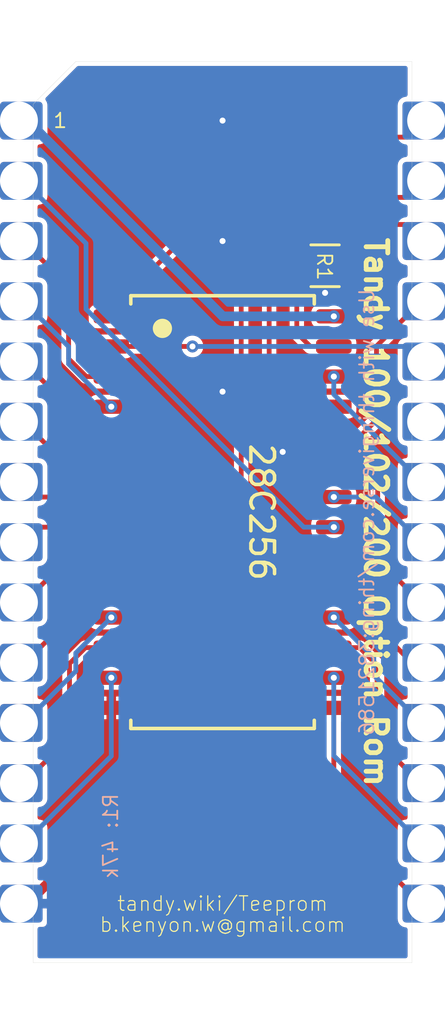
<source format=kicad_pcb>
(kicad_pcb (version 20171130) (host pcbnew 5.1.5-52549c5~84~ubuntu19.04.1)

  (general
    (thickness 1.6)
    (drawings 11)
    (tracks 137)
    (zones 0)
    (modules 4)
    (nets 29)
  )

  (page A4)
  (layers
    (0 Top signal)
    (31 Bottom signal)
    (32 B.Adhes user hide)
    (33 F.Adhes user hide)
    (34 B.Paste user hide)
    (35 F.Paste user hide)
    (36 B.SilkS user)
    (37 F.SilkS user)
    (38 B.Mask user)
    (39 F.Mask user)
    (40 Dwgs.User user)
    (41 Cmts.User user hide)
    (42 Eco1.User user hide)
    (43 Eco2.User user)
    (44 Edge.Cuts user)
    (45 Margin user hide)
    (46 B.CrtYd user hide)
    (47 F.CrtYd user hide)
    (48 B.Fab user hide)
    (49 F.Fab user hide)
  )

  (setup
    (last_trace_width 0.2032)
    (user_trace_width 0.2032)
    (user_trace_width 0.4064)
    (trace_clearance 0.2032)
    (zone_clearance 0.18)
    (zone_45_only no)
    (trace_min 0.1524)
    (via_size 0.508)
    (via_drill 0.254)
    (via_min_size 0.508)
    (via_min_drill 0.254)
    (user_via 0.508 0.254)
    (uvia_size 0.508)
    (uvia_drill 0.254)
    (uvias_allowed no)
    (uvia_min_size 0.508)
    (uvia_min_drill 0.1524)
    (edge_width 0.01)
    (segment_width 0.2032)
    (pcb_text_width 0.254)
    (pcb_text_size 1.2192 1.2192)
    (mod_edge_width 0.0254)
    (mod_text_size 0.4572 0.4572)
    (mod_text_width 0.0254)
    (pad_size 1.905 2.032)
    (pad_drill 1.524)
    (pad_to_mask_clearance 0)
    (aux_axis_origin 0 0)
    (grid_origin 147.2184 99.187)
    (visible_elements FFFFFF7F)
    (pcbplotparams
      (layerselection 0x010fc_ffffffff)
      (usegerberextensions false)
      (usegerberattributes false)
      (usegerberadvancedattributes false)
      (creategerberjobfile false)
      (excludeedgelayer true)
      (linewidth 0.100000)
      (plotframeref false)
      (viasonmask false)
      (mode 1)
      (useauxorigin false)
      (hpglpennumber 1)
      (hpglpenspeed 20)
      (hpglpendiameter 15.000000)
      (psnegative false)
      (psa4output false)
      (plotreference true)
      (plotvalue true)
      (plotinvisibletext false)
      (padsonsilk false)
      (subtractmaskfromsilk false)
      (outputformat 1)
      (mirror false)
      (drillshape 1)
      (scaleselection 1)
      (outputdirectory ""))
  )

  (net 0 "")
  (net 1 /D3)
  (net 2 /A10)
  (net 3 /D4)
  (net 4 /A7)
  (net 5 /D5)
  (net 6 /A6)
  (net 7 /D6)
  (net 8 /A5)
  (net 9 /D7)
  (net 10 /A4)
  (net 11 /A11)
  (net 12 /A3)
  (net 13 /~OE)
  (net 14 /A2)
  (net 15 /A13)
  (net 16 /A1)
  (net 17 /A0)
  (net 18 /A12)
  (net 19 /D0)
  (net 20 /A9)
  (net 21 /D1)
  (net 22 /A8)
  (net 23 /D2)
  (net 24 /~CE)
  (net 25 /A14)
  (net 26 /~WE)
  (net 27 /VSS)
  (net 28 /VCC)

  (net_class Default "This is the default net class."
    (clearance 0.2032)
    (trace_width 0.2032)
    (via_dia 0.508)
    (via_drill 0.254)
    (uvia_dia 0.508)
    (uvia_drill 0.254)
    (diff_pair_width 0.2032)
    (diff_pair_gap 0.254)
    (add_net /A0)
    (add_net /A1)
    (add_net /A10)
    (add_net /A11)
    (add_net /A12)
    (add_net /A13)
    (add_net /A14)
    (add_net /A2)
    (add_net /A3)
    (add_net /A4)
    (add_net /A5)
    (add_net /A6)
    (add_net /A7)
    (add_net /A8)
    (add_net /A9)
    (add_net /D0)
    (add_net /D1)
    (add_net /D2)
    (add_net /D3)
    (add_net /D4)
    (add_net /D5)
    (add_net /D6)
    (add_net /D7)
    (add_net /VCC)
    (add_net /VSS)
    (add_net /~CE)
    (add_net /~OE)
    (add_net /~WE)
  )

  (module 000_LOCAL:pcb2molex8878_chamfer (layer Top) (tedit 5E642EC3) (tstamp 5E64363E)
    (at 147.2184 99.187)
    (descr "Castellated edge contacts to fit Molex 8878 Socket")
    (solder_mask_margin -0.28)
    (attr virtual)
    (fp_text reference carrier? (at -1.5 0 -90) (layer Dwgs.User) hide
      (effects (font (size 1.2065 1.2065) (thickness 0.127)) (justify left bottom))
    )
    (fp_text value pcb2molex8878_chamfer (at 2.23 -9.45 -90) (layer F.Fab) hide
      (effects (font (size 1.2065 1.2065) (thickness 0.1016)) (justify left bottom))
    )
    (fp_line (start -5.94 -16.94) (end -5.2 -16.94) (layer Dwgs.User) (width 0.01))
    (fp_line (start -5.94 -18.3) (end -5.94 -16.94) (layer Dwgs.User) (width 0.01))
    (fp_line (start -5.94 -18.3) (end -5.74 -18.1) (layer Dwgs.User) (width 0.01))
    (fp_line (start -6.14 -18.1) (end -5.94 -18.3) (layer Dwgs.User) (width 0.01))
    (fp_line (start -5.94 -18.3) (end -6.14 -18.1) (layer Dwgs.User) (width 0.01))
    (fp_line (start -4.45 -17.4) (end -3.62 -17.4) (layer Dwgs.User) (width 0.01))
    (fp_line (start -4.45 -18) (end -4.45 -17.4) (layer Dwgs.User) (width 0.01))
    (fp_line (start -8 19) (end -8 -17.2) (layer Eco2.User) (width 0.01))
    (fp_text user "10.0 x 1.0 retainer wedges on top surface" (at -0.24 -17.41) (layer Dwgs.User)
      (effects (font (size 0.2 0.2) (thickness 0.01)))
    )
    (fp_line (start -4.45 -18) (end -4.25 -17.8) (layer Dwgs.User) (width 0.01))
    (fp_line (start -4.65 -17.8) (end -4.45 -18) (layer Dwgs.User) (width 0.01))
    (fp_line (start -4.45 -18) (end -4.65 -17.8) (layer Dwgs.User) (width 0.01))
    (fp_line (start 5 19) (end -5 19) (layer Dwgs.User) (width 0.01))
    (fp_line (start 5 18) (end 5 19) (layer Dwgs.User) (width 0.01))
    (fp_line (start -5 18) (end 5 18) (layer Dwgs.User) (width 0.01))
    (fp_line (start -5 19) (end -5 18) (layer Dwgs.User) (width 0.01))
    (fp_line (start 5 -19) (end -5 -19) (layer Dwgs.User) (width 0.01))
    (fp_line (start 5 -18) (end 5 -19) (layer Dwgs.User) (width 0.01))
    (fp_line (start -5 -18) (end 5 -18) (layer Dwgs.User) (width 0.01))
    (fp_line (start -5 -19) (end -5 -18) (layer Dwgs.User) (width 0.01))
    (fp_line (start 7.2 18.3) (end -7.2 18.3) (layer Dwgs.User) (width 0.01))
    (fp_line (start 7.2 -18.3) (end 7.2 18.3) (layer Dwgs.User) (width 0.01))
    (fp_line (start -7.2 -18.3) (end 7.2 -18.3) (layer Dwgs.User) (width 0.01))
    (fp_line (start -7.2 18.3) (end -7.2 -18.3) (layer Dwgs.User) (width 0.01))
    (fp_text user "36.6 x 14.4 x 1.4 - backside pocket" (at -2.29 -16.93) (layer Dwgs.User)
      (effects (font (size 0.2 0.2) (thickness 0.01)))
    )
    (fp_line (start -8 -17.2) (end -6.2 -19) (layer Eco2.User) (width 0.01))
    (fp_line (start 8 19) (end -8 19) (layer Eco2.User) (width 0.01))
    (fp_line (start 8 -19) (end 8 19) (layer Eco2.User) (width 0.01))
    (fp_line (start -6.2 -19) (end 8 -19) (layer Eco2.User) (width 0.01))
    (fp_line (start -8 -19) (end -6.2 -19) (layer Dwgs.User) (width 0.01))
    (fp_line (start -8 -19) (end -8 -17.2) (layer Dwgs.User) (width 0.01))
    (fp_text user "Eco2.User is Edge.Cuts for use with \"pcb2molex8878_chamfer\" carrier." (at -0.05 13.65) (layer Eco2.User)
      (effects (font (size 0.2 0.2) (thickness 0.01)))
    )
    (model ${KIPRJMOD}/000_LOCAL.pretty/3d/pcb2molex8878_chamfer.step
      (offset (xyz 0 0 -0.2))
      (scale (xyz 1 1 1))
      (rotate (xyz 0 0 90))
    )
  )

  (module 000_LOCAL:pcb2molex8878 (layer Top) (tedit 5DC5CCE6) (tstamp 5E64327D)
    (at 147.2184 99.187)
    (descr "Castellated edge contacts to fit Molex 8878 Socket")
    (path /5E6792DF)
    (solder_mask_margin -0.28)
    (fp_text reference J1 (at -0.9906 -0.9906 -90) (layer Dwgs.User) hide
      (effects (font (size 1.2065 1.2065) (thickness 0.127)) (justify left bottom))
    )
    (fp_text value Tandy_100_102_200_option_rom (at 2.0701 -8.8773 -90) (layer F.Fab) hide
      (effects (font (size 1.2065 1.2065) (thickness 0.1016)) (justify left bottom))
    )
    (fp_line (start -0.762 -19.05) (end -0.762 -21.59) (layer Eco1.User) (width 0.01))
    (fp_line (start -0.762 -21.59) (end 0.762 -21.59) (layer Eco1.User) (width 0.01))
    (fp_line (start 0.762 -21.59) (end 0.762 -19.05) (layer Eco1.User) (width 0.01))
    (fp_line (start -4.5593 19.05) (end -4.5593 21.59) (layer Eco1.User) (width 0.01))
    (fp_line (start -4.5593 21.59) (end -3.0353 21.59) (layer Eco1.User) (width 0.01))
    (fp_line (start -3.0353 21.59) (end -3.0353 19.05) (layer Eco1.User) (width 0.01))
    (fp_line (start 4.5593 19.05) (end 4.5593 21.59) (layer Eco1.User) (width 0.01))
    (fp_line (start 4.5593 21.59) (end 3.0353 21.59) (layer Eco1.User) (width 0.01))
    (fp_line (start 3.0353 21.59) (end 3.0353 19.05) (layer Eco1.User) (width 0.01))
    (fp_line (start 3.0353 19.05) (end -3.0353 19.05) (layer Eco1.User) (width 0.01))
    (fp_arc (start -5.4229 19.9136) (end -4.5593 19.9136) (angle -90) (layer Eco1.User) (width 0.00508))
    (fp_arc (start -2.1717 19.9136) (end -2.1717 19.05) (angle -90) (layer Eco1.User) (width 0.00508))
    (fp_arc (start 5.4229 19.9136) (end 5.4229 19.05) (angle -90) (layer Eco1.User) (width 0.00508))
    (fp_arc (start 2.1717 19.9136) (end 3.0353 19.9136) (angle -90) (layer Eco1.User) (width 0.00508))
    (fp_arc (start -1.6256 -19.9136) (end -1.6256 -19.05) (angle -90) (layer Eco1.User) (width 0.00508))
    (fp_arc (start 1.6256 -19.9136) (end 0.762 -19.9136) (angle -90) (layer Eco1.User) (width 0.00508))
    (fp_line (start -8.1 19.05) (end -8.1 -19.05) (layer Eco1.User) (width 0.01))
    (fp_line (start 8.1 19.05) (end 8.1 -19.05) (layer Eco1.User) (width 0.01))
    (fp_text user "Eco1.User is Edge.Cuts for use without carrier." (at -0.0298 12.25) (layer Eco1.User)
      (effects (font (size 0.2 0.2) (thickness 0.01)))
    )
    (fp_line (start -8.1 -19.05) (end -0.762 -19.05) (layer Eco1.User) (width 0.01))
    (fp_line (start 0.762 -19.05) (end 8.1 -19.05) (layer Eco1.User) (width 0.01))
    (fp_line (start -8.1 19.05) (end -4.5593 19.05) (layer Eco1.User) (width 0.01))
    (fp_line (start 4.5593 19.05) (end 8.1 19.05) (layer Eco1.User) (width 0.01))
    (pad 28 thru_hole roundrect (at 8.6 -16.51 180) (size 1.8 1.6) (drill 1.6 (offset 0.1 0)) (layers *.Cu *.Mask) (roundrect_rratio 0.1)
      (net 25 /A14) (solder_mask_margin -0.19))
    (pad 14 thru_hole roundrect (at -8.6 16.51) (size 1.8 1.6) (drill 1.6 (offset 0.1 0)) (layers *.Cu *.Mask) (roundrect_rratio 0.1)
      (net 27 /VSS) (solder_mask_margin -0.19))
    (pad 27 thru_hole roundrect (at 8.6 -13.97 180) (size 1.8 1.6) (drill 1.6 (offset 0.1 0)) (layers *.Cu *.Mask) (roundrect_rratio 0.1)
      (net 24 /~CE) (solder_mask_margin -0.19))
    (pad 13 thru_hole roundrect (at -8.6 13.97) (size 1.8 1.6) (drill 1.6 (offset 0.1 0)) (layers *.Cu *.Mask) (roundrect_rratio 0.1)
      (net 23 /D2) (solder_mask_margin -0.19))
    (pad 26 thru_hole roundrect (at 8.6 -11.43 180) (size 1.8 1.6) (drill 1.6 (offset 0.1 0)) (layers *.Cu *.Mask) (roundrect_rratio 0.1)
      (net 22 /A8) (solder_mask_margin -0.19))
    (pad 12 thru_hole roundrect (at -8.6 11.43) (size 1.8 1.6) (drill 1.6 (offset 0.1 0)) (layers *.Cu *.Mask) (roundrect_rratio 0.1)
      (net 21 /D1) (solder_mask_margin -0.19))
    (pad 25 thru_hole roundrect (at 8.6 -8.89 180) (size 1.8 1.6) (drill 1.6 (offset 0.1 0)) (layers *.Cu *.Mask) (roundrect_rratio 0.1)
      (net 20 /A9) (solder_mask_margin -0.19))
    (pad 11 thru_hole roundrect (at -8.6 8.89) (size 1.8 1.6) (drill 1.6 (offset 0.1 0)) (layers *.Cu *.Mask) (roundrect_rratio 0.1)
      (net 19 /D0) (solder_mask_margin -0.19))
    (pad 24 thru_hole roundrect (at 8.6 -6.35 180) (size 1.8 1.6) (drill 1.6 (offset 0.1 0)) (layers *.Cu *.Mask) (roundrect_rratio 0.1)
      (net 18 /A12) (solder_mask_margin -0.19))
    (pad 10 thru_hole roundrect (at -8.6 6.35) (size 1.8 1.6) (drill 1.6 (offset 0.1 0)) (layers *.Cu *.Mask) (roundrect_rratio 0.1)
      (net 17 /A0) (solder_mask_margin -0.19))
    (pad 23 thru_hole roundrect (at 8.6 -3.81 180) (size 1.8 1.6) (drill 1.6 (offset 0.1 0)) (layers *.Cu *.Mask) (roundrect_rratio 0.1)
      (solder_mask_margin -0.19))
    (pad 9 thru_hole roundrect (at -8.6 3.81) (size 1.8 1.6) (drill 1.6 (offset 0.1 0)) (layers *.Cu *.Mask) (roundrect_rratio 0.1)
      (net 16 /A1) (solder_mask_margin -0.19))
    (pad 22 thru_hole roundrect (at 8.6 -1.27 180) (size 1.8 1.6) (drill 1.6 (offset 0.1 0)) (layers *.Cu *.Mask) (roundrect_rratio 0.1)
      (net 15 /A13) (solder_mask_margin -0.19))
    (pad 8 thru_hole roundrect (at -8.6 1.27) (size 1.8 1.6) (drill 1.6 (offset 0.1 0)) (layers *.Cu *.Mask) (roundrect_rratio 0.1)
      (net 14 /A2) (solder_mask_margin -0.19))
    (pad 21 thru_hole roundrect (at 8.6 1.27 180) (size 1.8 1.6) (drill 1.6 (offset 0.1 0)) (layers *.Cu *.Mask) (roundrect_rratio 0.1)
      (net 13 /~OE) (solder_mask_margin -0.19))
    (pad 7 thru_hole roundrect (at -8.6 -1.27) (size 1.8 1.6) (drill 1.6 (offset 0.1 0)) (layers *.Cu *.Mask) (roundrect_rratio 0.1)
      (net 12 /A3) (solder_mask_margin -0.19))
    (pad 20 thru_hole roundrect (at 8.6 3.81 180) (size 1.8 1.6) (drill 1.6 (offset 0.1 0)) (layers *.Cu *.Mask) (roundrect_rratio 0.1)
      (net 11 /A11) (solder_mask_margin -0.19))
    (pad 6 thru_hole roundrect (at -8.6 -3.81) (size 1.8 1.6) (drill 1.6 (offset 0.1 0)) (layers *.Cu *.Mask) (roundrect_rratio 0.1)
      (net 10 /A4) (solder_mask_margin -0.19))
    (pad 19 thru_hole roundrect (at 8.6 6.35 180) (size 1.8 1.6) (drill 1.6 (offset 0.1 0)) (layers *.Cu *.Mask) (roundrect_rratio 0.1)
      (net 9 /D7) (solder_mask_margin -0.19))
    (pad 5 thru_hole roundrect (at -8.6 -6.35) (size 1.8 1.6) (drill 1.6 (offset 0.1 0)) (layers *.Cu *.Mask) (roundrect_rratio 0.1)
      (net 8 /A5) (solder_mask_margin -0.19))
    (pad 18 thru_hole roundrect (at 8.6 8.89 180) (size 1.8 1.6) (drill 1.6 (offset 0.1 0)) (layers *.Cu *.Mask) (roundrect_rratio 0.1)
      (net 7 /D6) (solder_mask_margin -0.19))
    (pad 4 thru_hole roundrect (at -8.6 -8.89) (size 1.8 1.6) (drill 1.6 (offset 0.1 0)) (layers *.Cu *.Mask) (roundrect_rratio 0.1)
      (net 6 /A6) (solder_mask_margin -0.19))
    (pad 17 thru_hole roundrect (at 8.6 11.43 180) (size 1.8 1.6) (drill 1.6 (offset 0.1 0)) (layers *.Cu *.Mask) (roundrect_rratio 0.1)
      (net 5 /D5) (solder_mask_margin -0.19))
    (pad 3 thru_hole roundrect (at -8.6 -11.43) (size 1.8 1.6) (drill 1.6 (offset 0.1 0)) (layers *.Cu *.Mask) (roundrect_rratio 0.1)
      (net 4 /A7) (solder_mask_margin -0.19))
    (pad 16 thru_hole roundrect (at 8.6 13.97 180) (size 1.8 1.6) (drill 1.6 (offset 0.1 0)) (layers *.Cu *.Mask) (roundrect_rratio 0.1)
      (net 3 /D4) (solder_mask_margin -0.19))
    (pad 2 thru_hole roundrect (at -8.6 -13.97) (size 1.8 1.6) (drill 1.6 (offset 0.1 0)) (layers *.Cu *.Mask) (roundrect_rratio 0.1)
      (net 2 /A10) (solder_mask_margin -0.19))
    (pad 15 thru_hole roundrect (at 8.6 16.51 180) (size 1.8 1.6) (drill 1.6 (offset 0.1 0)) (layers *.Cu *.Mask) (roundrect_rratio 0.1)
      (net 1 /D3) (solder_mask_margin -0.19))
    (pad 1 thru_hole roundrect (at -8.6 -16.51) (size 1.8 1.6) (drill 1.6 (offset 0.1 0)) (layers *.Cu *.Mask) (roundrect_rratio 0.1)
      (net 28 /VCC) (solder_mask_margin -0.19))
  )

  (module 000_LOCAL:SOIC-28W (layer Top) (tedit 5D301076) (tstamp 5D21E664)
    (at 147.2184 99.187)
    (descr "28-Lead Plastic Small Outline (SO) - Wide, 7.50 mm Body [SOIC] (see Microchip Packaging Specification 00000049BS.pdf)")
    (tags "SOIC 1.27")
    (path /5D231C6F)
    (attr smd)
    (fp_text reference U1 (at 0 0 -90) (layer F.SilkS) hide
      (effects (font (size 1 1) (thickness 0.15)))
    )
    (fp_text value 28C256 (at 0 1.27 180) (layer F.Fab)
      (effects (font (size 1 1) (thickness 0.15)))
    )
    (fp_circle (center -2.54 -7.747) (end -2.3368 -7.747) (layer F.SilkS) (width 0.4064))
    (fp_text user %R (at 0 0) (layer F.Fab)
      (effects (font (size 1 1) (thickness 0.15)))
    )
    (fp_line (start -2.75 -8.95) (end 3.75 -8.95) (layer F.Fab) (width 0.15))
    (fp_line (start 3.75 -8.95) (end 3.75 8.95) (layer F.Fab) (width 0.15))
    (fp_line (start 3.75 8.95) (end -3.75 8.95) (layer F.Fab) (width 0.15))
    (fp_line (start -3.75 8.95) (end -3.75 -7.95) (layer F.Fab) (width 0.15))
    (fp_line (start -3.75 -7.95) (end -2.75 -8.95) (layer F.Fab) (width 0.15))
    (fp_line (start -5.95 -9.3) (end -5.95 9.3) (layer F.CrtYd) (width 0.05))
    (fp_line (start 5.95 -9.3) (end 5.95 9.3) (layer F.CrtYd) (width 0.05))
    (fp_line (start -5.95 -9.3) (end 5.95 -9.3) (layer F.CrtYd) (width 0.05))
    (fp_line (start -5.95 9.3) (end 5.95 9.3) (layer F.CrtYd) (width 0.05))
    (fp_line (start -3.875 -9.125) (end -3.875 -8.78) (layer F.SilkS) (width 0.15))
    (fp_line (start 3.875 -9.125) (end 3.875 -8.78) (layer F.SilkS) (width 0.15))
    (fp_line (start 3.875 9.125) (end 3.875 8.78) (layer F.SilkS) (width 0.15))
    (fp_line (start -3.875 9.125) (end -3.875 8.78) (layer F.SilkS) (width 0.15))
    (fp_line (start -3.875 -9.125) (end 3.875 -9.125) (layer F.SilkS) (width 0.15))
    (fp_line (start -3.875 9.125) (end 3.875 9.125) (layer F.SilkS) (width 0.15))
    (fp_text user 28C256 (at 1.651 0 270 unlocked) (layer F.SilkS)
      (effects (font (size 1 1) (thickness 0.15)))
    )
    (pad 1 smd roundrect (at -4.7 -8.255) (size 1.5 0.6) (layers Top F.Paste F.Mask) (roundrect_rratio 0.25)
      (net 25 /A14))
    (pad 2 smd roundrect (at -4.7 -6.985) (size 1.5 0.6) (layers Top F.Paste F.Mask) (roundrect_rratio 0.25)
      (net 18 /A12))
    (pad 3 smd roundrect (at -4.7 -5.715) (size 1.5 0.6) (layers Top F.Paste F.Mask) (roundrect_rratio 0.25)
      (net 4 /A7))
    (pad 4 smd roundrect (at -4.7 -4.445) (size 1.5 0.6) (layers Top F.Paste F.Mask) (roundrect_rratio 0.25)
      (net 6 /A6))
    (pad 5 smd roundrect (at -4.7 -3.175) (size 1.5 0.6) (layers Top F.Paste F.Mask) (roundrect_rratio 0.25)
      (net 8 /A5))
    (pad 6 smd roundrect (at -4.7 -1.905) (size 1.5 0.6) (layers Top F.Paste F.Mask) (roundrect_rratio 0.25)
      (net 10 /A4))
    (pad 7 smd roundrect (at -4.7 -0.635) (size 1.5 0.6) (layers Top F.Paste F.Mask) (roundrect_rratio 0.25)
      (net 12 /A3))
    (pad 8 smd roundrect (at -4.7 0.635) (size 1.5 0.6) (layers Top F.Paste F.Mask) (roundrect_rratio 0.25)
      (net 14 /A2))
    (pad 9 smd roundrect (at -4.7 1.905) (size 1.5 0.6) (layers Top F.Paste F.Mask) (roundrect_rratio 0.25)
      (net 16 /A1))
    (pad 10 smd roundrect (at -4.7 3.175) (size 1.5 0.6) (layers Top F.Paste F.Mask) (roundrect_rratio 0.25)
      (net 17 /A0))
    (pad 11 smd roundrect (at -4.7 4.445) (size 1.5 0.6) (layers Top F.Paste F.Mask) (roundrect_rratio 0.25)
      (net 19 /D0))
    (pad 12 smd roundrect (at -4.7 5.715) (size 1.5 0.6) (layers Top F.Paste F.Mask) (roundrect_rratio 0.25)
      (net 21 /D1))
    (pad 13 smd roundrect (at -4.7 6.985) (size 1.5 0.6) (layers Top F.Paste F.Mask) (roundrect_rratio 0.25)
      (net 23 /D2))
    (pad 14 smd roundrect (at -4.7 8.255) (size 1.5 0.6) (layers Top F.Paste F.Mask) (roundrect_rratio 0.25)
      (net 27 /VSS))
    (pad 15 smd roundrect (at 4.7 8.255) (size 1.5 0.6) (layers Top F.Paste F.Mask) (roundrect_rratio 0.25)
      (net 1 /D3))
    (pad 16 smd roundrect (at 4.7 6.985) (size 1.5 0.6) (layers Top F.Paste F.Mask) (roundrect_rratio 0.25)
      (net 3 /D4))
    (pad 17 smd roundrect (at 4.7 5.715) (size 1.5 0.6) (layers Top F.Paste F.Mask) (roundrect_rratio 0.25)
      (net 5 /D5))
    (pad 18 smd roundrect (at 4.7 4.445) (size 1.5 0.6) (layers Top F.Paste F.Mask) (roundrect_rratio 0.25)
      (net 7 /D6))
    (pad 19 smd roundrect (at 4.7 3.175) (size 1.5 0.6) (layers Top F.Paste F.Mask) (roundrect_rratio 0.25)
      (net 9 /D7))
    (pad 20 smd roundrect (at 4.7 1.905) (size 1.5 0.6) (layers Top F.Paste F.Mask) (roundrect_rratio 0.25)
      (net 24 /~CE))
    (pad 21 smd roundrect (at 4.7 0.635) (size 1.5 0.6) (layers Top F.Paste F.Mask) (roundrect_rratio 0.25)
      (net 2 /A10))
    (pad 22 smd roundrect (at 4.7 -0.635) (size 1.5 0.6) (layers Top F.Paste F.Mask) (roundrect_rratio 0.25)
      (net 13 /~OE))
    (pad 23 smd roundrect (at 4.7 -1.905) (size 1.5 0.6) (layers Top F.Paste F.Mask) (roundrect_rratio 0.25)
      (net 11 /A11))
    (pad 24 smd roundrect (at 4.7 -3.175) (size 1.5 0.6) (layers Top F.Paste F.Mask) (roundrect_rratio 0.25)
      (net 20 /A9))
    (pad 25 smd roundrect (at 4.7 -4.445) (size 1.5 0.6) (layers Top F.Paste F.Mask) (roundrect_rratio 0.25)
      (net 22 /A8))
    (pad 26 smd roundrect (at 4.7 -5.715) (size 1.5 0.6) (layers Top F.Paste F.Mask) (roundrect_rratio 0.25)
      (net 15 /A13))
    (pad 27 smd roundrect (at 4.7 -6.985) (size 1.5 0.6) (layers Top F.Paste F.Mask) (roundrect_rratio 0.25)
      (net 26 /~WE))
    (pad 28 smd roundrect (at 4.7 -8.255) (size 1.5 0.6) (layers Top F.Paste F.Mask) (roundrect_rratio 0.25)
      (net 28 /VCC))
    (model ${KISYS3DMOD}/Package_SO.3dshapes/SOIC-28W_7.5x17.9mm_P1.27mm.step
      (at (xyz 0 0 0))
      (scale (xyz 1 1 1))
      (rotate (xyz 0 0 0))
    )
  )

  (module Resistors_SMD:R_0805 (layer Top) (tedit 58E0A804) (tstamp 5D22C129)
    (at 151.5491 88.7984)
    (descr "Resistor SMD 0805, reflow soldering, Vishay (see dcrcw.pdf)")
    (tags "resistor 0805")
    (path /5D2BF7AB)
    (attr smd)
    (fp_text reference R1 (at -0.0254 0.0254 -90 unlocked) (layer F.SilkS)
      (effects (font (size 0.6096 0.6096) (thickness 0.0762)))
    )
    (fp_text value 47k (at 0 1.75) (layer F.Fab)
      (effects (font (size 1 1) (thickness 0.15)))
    )
    (fp_text user %R (at 0 0) (layer F.Fab)
      (effects (font (size 0.5 0.5) (thickness 0.075)))
    )
    (fp_line (start -1 0.62) (end -1 -0.62) (layer F.Fab) (width 0.1))
    (fp_line (start 1 0.62) (end -1 0.62) (layer F.Fab) (width 0.1))
    (fp_line (start 1 -0.62) (end 1 0.62) (layer F.Fab) (width 0.1))
    (fp_line (start -1 -0.62) (end 1 -0.62) (layer F.Fab) (width 0.1))
    (fp_line (start 0.6 0.88) (end -0.6 0.88) (layer F.SilkS) (width 0.12))
    (fp_line (start -0.6 -0.88) (end 0.6 -0.88) (layer F.SilkS) (width 0.12))
    (fp_line (start -1.55 -0.9) (end 1.55 -0.9) (layer F.CrtYd) (width 0.05))
    (fp_line (start -1.55 -0.9) (end -1.55 0.9) (layer F.CrtYd) (width 0.05))
    (fp_line (start 1.55 0.9) (end 1.55 -0.9) (layer F.CrtYd) (width 0.05))
    (fp_line (start 1.55 0.9) (end -1.55 0.9) (layer F.CrtYd) (width 0.05))
    (pad 1 smd rect (at -0.95 0) (size 0.7 1.3) (layers Top F.Paste F.Mask)
      (net 26 /~WE))
    (pad 2 smd rect (at 0.95 0) (size 0.7 1.3) (layers Top F.Paste F.Mask)
      (net 28 /VCC))
    (model ${KISYS3DMOD}/Resistors_SMD.3dshapes/R_0805.wrl
      (at (xyz 0 0 0))
      (scale (xyz 1 1 1))
      (rotate (xyz 0 0 0))
    )
    (model ${KISYS3DMOD}/Resistor_SMD.3dshapes/R_0805_2012Metric.step
      (at (xyz 0 0 0))
      (scale (xyz 1 1 1))
      (rotate (xyz 0 0 0))
    )
  )

  (gr_line (start 141.0184 80.187) (end 155.2184 80.187) (layer Edge.Cuts) (width 0.01))
  (gr_line (start 155.2184 118.187) (end 139.2184 118.187) (layer Edge.Cuts) (width 0.01) (tstamp 5D75CF96))
  (gr_line (start 155.2184 80.187) (end 155.2184 118.187) (layer Edge.Cuts) (width 0.01))
  (gr_line (start 139.2184 81.987) (end 141.0184 80.187) (layer Edge.Cuts) (width 0.01))
  (gr_line (start 139.2184 118.187) (end 139.2184 81.987) (layer Edge.Cuts) (width 0.01))
  (gr_text "Use with thingiverse.com/thing:3821586" (at 153.3144 99.187 -270) (layer B.SilkS)
    (effects (font (size 0.6096 0.6096) (thickness 0.0762)) (justify mirror))
  )
  (gr_text b.kenyon.w@gmail.com (at 147.2184 116.586) (layer F.SilkS)
    (effects (font (size 0.6096 0.6096) (thickness 0.0508)))
  )
  (gr_text tandy.wiki/Teeprom (at 147.2184 115.697) (layer F.SilkS)
    (effects (font (size 0.6096 0.6096) (thickness 0.0508)))
  )
  (gr_text "Tandy 100/102/200 Option Rom" (at 153.6954 99.187 -90) (layer F.SilkS)
    (effects (font (size 0.9144 0.9144) (thickness 0.2032)))
  )
  (gr_text "R1: 47k" (at 142.494 112.8522 -270) (layer B.SilkS)
    (effects (font (size 0.6096 0.6096) (thickness 0.0762)) (justify mirror))
  )
  (gr_text 1 (at 140.3604 82.677) (layer F.SilkS)
    (effects (font (size 0.6096 0.6096) (thickness 0.0762)))
  )

  (segment (start 151.9184 112.015) (end 151.9184 107.442) (width 0.2032) (layer Top) (net 1))
  (segment (start 155.7274 115.697) (end 155.6004 115.697) (width 0.2032) (layer Top) (net 1))
  (segment (start 155.6004 115.697) (end 151.9184 112.015) (width 0.2032) (layer Top) (net 1))
  (via (at 151.9184 99.822) (size 0.508) (drill 0.254) (layers Top Bottom) (net 2))
  (segment (start 138.811 85.217) (end 138.7094 85.217) (width 0.2032) (layer Bottom) (net 2))
  (segment (start 151.9184 99.822) (end 150.6474 99.822) (width 0.2032) (layer Bottom) (net 2))
  (segment (start 141.4526 87.8586) (end 138.811 85.217) (width 0.2032) (layer Bottom) (net 2))
  (segment (start 141.4526 90.6272) (end 141.4526 87.8586) (width 0.2032) (layer Bottom) (net 2))
  (segment (start 150.6474 99.822) (end 141.4526 90.6272) (width 0.2032) (layer Bottom) (net 2))
  (via (at 151.9174 106.172) (size 0.508) (drill 0.254) (layers Top Bottom) (net 3))
  (segment (start 151.9174 109.4613) (end 151.9174 106.172) (width 0.2032) (layer Bottom) (net 3))
  (segment (start 155.7274 113.157) (end 155.6131 113.157) (width 0.2032) (layer Bottom) (net 3))
  (segment (start 155.6131 113.157) (end 151.9174 109.4613) (width 0.2032) (layer Bottom) (net 3))
  (segment (start 141.4653 93.472) (end 142.5184 93.472) (width 0.2032) (layer Top) (net 4))
  (segment (start 140.716 92.7227) (end 141.4653 93.472) (width 0.2032) (layer Top) (net 4))
  (segment (start 140.716 89.6747) (end 140.716 92.7227) (width 0.2032) (layer Top) (net 4))
  (segment (start 138.7094 87.757) (end 138.7983 87.757) (width 0.2032) (layer Top) (net 4))
  (segment (start 138.7983 87.757) (end 140.716 89.6747) (width 0.2032) (layer Top) (net 4))
  (segment (start 153.7462 105.6386) (end 153.0096 104.902) (width 0.2032) (layer Top) (net 5))
  (segment (start 153.7462 108.7882) (end 153.7462 105.6386) (width 0.2032) (layer Top) (net 5))
  (segment (start 153.0096 104.902) (end 151.9184 104.902) (width 0.2032) (layer Top) (net 5))
  (segment (start 155.7274 110.617) (end 155.575 110.617) (width 0.2032) (layer Top) (net 5))
  (segment (start 155.575 110.617) (end 153.7462 108.7882) (width 0.2032) (layer Top) (net 5))
  (via (at 142.5194 94.742) (size 0.508) (drill 0.254) (layers Top Bottom) (net 6))
  (segment (start 140.716 92.9386) (end 142.5194 94.742) (width 0.2032) (layer Bottom) (net 6))
  (segment (start 140.716 92.20835) (end 140.716 92.9386) (width 0.2032) (layer Bottom) (net 6))
  (segment (start 138.7094 90.297) (end 138.80465 90.297) (width 0.2032) (layer Bottom) (net 6))
  (segment (start 138.80465 90.297) (end 140.716 92.20835) (width 0.2032) (layer Bottom) (net 6))
  (via (at 151.9174 103.632) (size 0.508) (drill 0.254) (layers Top Bottom) (net 7))
  (segment (start 153.6065 105.3211) (end 151.9174 103.632) (width 0.2032) (layer Bottom) (net 7))
  (segment (start 153.6065 106.0704) (end 153.6065 105.3211) (width 0.2032) (layer Bottom) (net 7))
  (segment (start 155.7274 108.077) (end 155.6131 108.077) (width 0.2032) (layer Bottom) (net 7))
  (segment (start 155.6131 108.077) (end 153.6065 106.0704) (width 0.2032) (layer Bottom) (net 7))
  (segment (start 140.6906 95.2754) (end 141.4272 96.012) (width 0.2032) (layer Top) (net 8))
  (segment (start 141.4272 96.012) (end 142.5184 96.012) (width 0.2032) (layer Top) (net 8))
  (segment (start 140.6906 94.7166) (end 140.6906 95.2754) (width 0.2032) (layer Top) (net 8))
  (segment (start 138.7094 92.837) (end 138.811 92.837) (width 0.2032) (layer Top) (net 8))
  (segment (start 138.811 92.837) (end 140.6906 94.7166) (width 0.2032) (layer Top) (net 8))
  (segment (start 153.0096 102.362) (end 151.9184 102.362) (width 0.2032) (layer Top) (net 9))
  (segment (start 153.7462 103.0986) (end 153.0096 102.362) (width 0.2032) (layer Top) (net 9))
  (segment (start 153.7462 104.0638) (end 153.7462 103.0986) (width 0.2032) (layer Top) (net 9))
  (segment (start 155.7274 105.537) (end 155.2194 105.537) (width 0.2032) (layer Top) (net 9))
  (segment (start 155.2194 105.537) (end 153.7462 104.0638) (width 0.2032) (layer Top) (net 9))
  (segment (start 140.716 97.282) (end 142.5184 97.282) (width 0.2032) (layer Top) (net 10))
  (segment (start 138.7094 95.377) (end 138.811 95.377) (width 0.2032) (layer Top) (net 10))
  (segment (start 138.811 95.377) (end 140.716 97.282) (width 0.2032) (layer Top) (net 10))
  (segment (start 153.0096 97.282) (end 151.9184 97.282) (width 0.2032) (layer Top) (net 11))
  (segment (start 153.7716 98.044) (end 153.0096 97.282) (width 0.2032) (layer Top) (net 11))
  (segment (start 153.7716 101.1682) (end 153.7716 98.044) (width 0.2032) (layer Top) (net 11))
  (segment (start 155.7274 102.997) (end 155.6004 102.997) (width 0.2032) (layer Top) (net 11))
  (segment (start 155.6004 102.997) (end 153.7716 101.1682) (width 0.2032) (layer Top) (net 11))
  (segment (start 139.2534 98.552) (end 142.5184 98.552) (width 0.2032) (layer Top) (net 12))
  (segment (start 138.7094 97.917) (end 138.7094 98.008) (width 0.2032) (layer Top) (net 12))
  (segment (start 138.7094 98.008) (end 139.2534 98.552) (width 0.2032) (layer Top) (net 12))
  (via (at 151.9184 98.552) (size 0.508) (drill 0.254) (layers Top Bottom) (net 13))
  (segment (start 155.6004 100.457) (end 155.66391 100.457) (width 0.2032) (layer Bottom) (net 13))
  (segment (start 151.9184 98.552) (end 153.6954 98.552) (width 0.2032) (layer Bottom) (net 13))
  (segment (start 153.6954 98.552) (end 155.6004 100.457) (width 0.2032) (layer Bottom) (net 13))
  (segment (start 139.3444 99.822) (end 142.5184 99.822) (width 0.2032) (layer Top) (net 14))
  (segment (start 138.7094 100.457) (end 139.3444 99.822) (width 0.2032) (layer Top) (net 14))
  (via (at 151.9184 93.472) (size 0.508) (drill 0.254) (layers Top Bottom) (net 15))
  (segment (start 155.6131 97.917) (end 155.7274 97.917) (width 0.2032) (layer Bottom) (net 15))
  (segment (start 151.9184 93.472) (end 151.9184 94.2223) (width 0.2032) (layer Bottom) (net 15))
  (segment (start 151.9184 94.2223) (end 155.6131 97.917) (width 0.2032) (layer Bottom) (net 15))
  (segment (start 140.7414 101.092) (end 142.5184 101.092) (width 0.2032) (layer Top) (net 16))
  (segment (start 138.7094 102.997) (end 138.8364 102.997) (width 0.2032) (layer Top) (net 16))
  (segment (start 138.8364 102.997) (end 140.7414 101.092) (width 0.2032) (layer Top) (net 16))
  (segment (start 140.6906 103.1113) (end 141.4399 102.362) (width 0.2032) (layer Top) (net 17))
  (segment (start 141.4399 102.362) (end 142.5184 102.362) (width 0.2032) (layer Top) (net 17))
  (segment (start 140.6906 103.7209) (end 140.6906 103.1113) (width 0.2032) (layer Top) (net 17))
  (segment (start 138.7094 105.537) (end 138.8745 105.537) (width 0.2032) (layer Top) (net 17))
  (segment (start 138.8745 105.537) (end 140.6906 103.7209) (width 0.2032) (layer Top) (net 17))
  (segment (start 155.0924 92.202) (end 155.7274 92.837) (width 0.2032) (layer Bottom) (net 18))
  (via (at 145.9484 92.202) (size 0.508) (drill 0.254) (layers Top Bottom) (net 18))
  (segment (start 145.9484 92.202) (end 155.0924 92.202) (width 0.2032) (layer Bottom) (net 18))
  (segment (start 142.5184 92.202) (end 145.9484 92.202) (width 0.2032) (layer Top) (net 18))
  (via (at 142.5194 103.632) (size 0.508) (drill 0.254) (layers Top Bottom) (net 19))
  (segment (start 141.0208 105.1306) (end 142.5194 103.632) (width 0.2032) (layer Bottom) (net 19))
  (segment (start 138.7094 108.077) (end 138.8364 108.077) (width 0.2032) (layer Bottom) (net 19))
  (segment (start 141.0208 105.8926) (end 141.0208 105.1306) (width 0.2032) (layer Bottom) (net 19))
  (segment (start 138.8364 108.077) (end 141.0208 105.8926) (width 0.2032) (layer Bottom) (net 19))
  (segment (start 153.0096 96.012) (end 151.9184 96.012) (width 0.2032) (layer Top) (net 20))
  (segment (start 153.7208 95.3008) (end 153.0096 96.012) (width 0.2032) (layer Top) (net 20))
  (segment (start 153.7208 92.1893) (end 153.7208 95.3008) (width 0.2032) (layer Top) (net 20))
  (segment (start 155.7274 90.297) (end 155.6131 90.297) (width 0.2032) (layer Top) (net 20))
  (segment (start 155.6131 90.297) (end 153.7208 92.1893) (width 0.2032) (layer Top) (net 20))
  (segment (start 141.4272 104.902) (end 142.5184 104.902) (width 0.2032) (layer Top) (net 21))
  (segment (start 140.7541 108.6866) (end 140.7541 105.5751) (width 0.2032) (layer Top) (net 21))
  (segment (start 140.7541 105.5751) (end 141.4272 104.902) (width 0.2032) (layer Top) (net 21))
  (segment (start 138.7094 110.617) (end 138.8237 110.617) (width 0.2032) (layer Top) (net 21))
  (segment (start 138.8237 110.617) (end 140.7541 108.6866) (width 0.2032) (layer Top) (net 21))
  (segment (start 150.9268 94.742) (end 151.9184 94.742) (width 0.2032) (layer Top) (net 22))
  (segment (start 149.1869 93.0021) (end 150.9268 94.742) (width 0.2032) (layer Top) (net 22))
  (segment (start 155.6131 87.757) (end 154.9146 87.0585) (width 0.2032) (layer Top) (net 22))
  (segment (start 149.1869 87.5919) (end 149.1869 93.0021) (width 0.2032) (layer Top) (net 22))
  (segment (start 155.7274 87.757) (end 155.6131 87.757) (width 0.2032) (layer Top) (net 22))
  (segment (start 149.7203 87.0585) (end 149.1869 87.5919) (width 0.2032) (layer Top) (net 22))
  (segment (start 154.9146 87.0585) (end 149.7203 87.0585) (width 0.2032) (layer Top) (net 22))
  (via (at 142.5194 106.172) (size 0.508) (drill 0.254) (layers Top Bottom) (net 23))
  (segment (start 142.5194 109.474) (end 142.5194 106.172) (width 0.2032) (layer Bottom) (net 23))
  (segment (start 138.7094 113.157) (end 138.8364 113.157) (width 0.2032) (layer Bottom) (net 23))
  (segment (start 138.8364 113.157) (end 142.5194 109.474) (width 0.2032) (layer Bottom) (net 23))
  (segment (start 150.7236 101.092) (end 151.9184 101.092) (width 0.2032) (layer Top) (net 24))
  (segment (start 148.0058 98.3742) (end 150.7236 101.092) (width 0.2032) (layer Top) (net 24))
  (segment (start 155.7274 85.308) (end 155.1199 85.9155) (width 0.2032) (layer Top) (net 24))
  (segment (start 155.7274 85.217) (end 155.7274 85.308) (width 0.2032) (layer Top) (net 24))
  (segment (start 149.1107 85.9155) (end 148.0058 87.0204) (width 0.2032) (layer Top) (net 24))
  (segment (start 155.1199 85.9155) (end 149.1107 85.9155) (width 0.2032) (layer Top) (net 24))
  (segment (start 148.0058 87.0204) (end 148.0058 98.3742) (width 0.2032) (layer Top) (net 24))
  (segment (start 143.5481 90.932) (end 142.5184 90.932) (width 0.2032) (layer Top) (net 25))
  (segment (start 149.8346 83.3755) (end 143.9164 89.2937) (width 0.2032) (layer Top) (net 25))
  (segment (start 155.0289 83.3755) (end 149.8346 83.3755) (width 0.2032) (layer Top) (net 25))
  (segment (start 143.9164 89.2937) (end 143.9164 90.5637) (width 0.2032) (layer Top) (net 25))
  (segment (start 155.7274 82.677) (end 155.0289 83.3755) (width 0.2032) (layer Top) (net 25))
  (segment (start 143.9164 90.5637) (end 143.5481 90.932) (width 0.2032) (layer Top) (net 25))
  (segment (start 150.5991 89.1007) (end 150.5991 88.7984) (width 0.2032) (layer Top) (net 26))
  (segment (start 150.3553 89.3445) (end 150.5991 89.1007) (width 0.2032) (layer Top) (net 26))
  (segment (start 150.3553 91.6305) (end 150.3553 89.3445) (width 0.2032) (layer Top) (net 26))
  (segment (start 151.9184 92.202) (end 150.9268 92.202) (width 0.2032) (layer Top) (net 26))
  (segment (start 150.9268 92.202) (end 150.3553 91.6305) (width 0.2032) (layer Top) (net 26))
  (via (at 149.7584 96.647) (size 0.508) (drill 0.254) (layers Top Bottom) (net 27))
  (via (at 147.2184 82.677) (size 0.508) (drill 0.254) (layers Top Bottom) (net 27))
  (segment (start 142.5184 112.1547) (end 142.5184 107.442) (width 0.4064) (layer Top) (net 27))
  (segment (start 138.7094 115.697) (end 138.9761 115.697) (width 0.4064) (layer Top) (net 27))
  (segment (start 138.9761 115.697) (end 142.5184 112.1547) (width 0.4064) (layer Top) (net 27))
  (via (at 147.2184 94.107) (size 0.508) (drill 0.254) (layers Top Bottom) (net 27))
  (via (at 147.2184 87.757) (size 0.508) (drill 0.254) (layers Top Bottom) (net 27))
  (via (at 151.5491 89.9414) (size 0.508) (drill 0.254) (layers Top Bottom) (net 27))
  (via (at 151.9184 90.932) (size 0.508) (drill 0.254) (layers Top Bottom) (net 28))
  (segment (start 138.9761 82.677) (end 138.6184 82.677) (width 0.4064) (layer Bottom) (net 28))
  (segment (start 151.9184 90.932) (end 147.2311 90.932) (width 0.4064) (layer Bottom) (net 28))
  (segment (start 147.2311 90.932) (end 138.9761 82.677) (width 0.4064) (layer Bottom) (net 28))
  (segment (start 152.4991 89.1388) (end 152.4991 88.7984) (width 0.2032) (layer Top) (net 28))
  (segment (start 152.7429 89.3826) (end 152.4991 89.1388) (width 0.2032) (layer Top) (net 28))
  (segment (start 151.9184 90.932) (end 152.3873 90.932) (width 0.2032) (layer Top) (net 28))
  (segment (start 152.7429 90.5764) (end 152.7429 89.3826) (width 0.2032) (layer Top) (net 28))
  (segment (start 152.3873 90.932) (end 152.7429 90.5764) (width 0.2032) (layer Top) (net 28))

  (zone (net 27) (net_name /VSS) (layer Bottom) (tstamp 0) (hatch edge 0.508)
    (connect_pads (clearance 0.18))
    (min_thickness 0.18)
    (fill yes (arc_segments 32) (thermal_gap 0.18) (thermal_bridge_width 0.4) (smoothing fillet) (radius 0.05))
    (polygon
      (pts
        (xy 155.2194 118.1862) (xy 139.2174 118.1862) (xy 139.2174 80.1878) (xy 155.2194 80.1878)
      )
    )
    (filled_polygon
      (pts
        (xy 154.9434 81.585829) (xy 154.889708 81.591117) (xy 154.804425 81.616988) (xy 154.725828 81.658999) (xy 154.656937 81.715537)
        (xy 154.600399 81.784428) (xy 154.558388 81.863025) (xy 154.532517 81.948308) (xy 154.523782 82.037) (xy 154.523782 83.317)
        (xy 154.532517 83.405692) (xy 154.558388 83.490975) (xy 154.600399 83.569572) (xy 154.656937 83.638463) (xy 154.725828 83.695001)
        (xy 154.804425 83.737012) (xy 154.889708 83.762883) (xy 154.9434 83.768171) (xy 154.9434 84.125829) (xy 154.889708 84.131117)
        (xy 154.804425 84.156988) (xy 154.725828 84.198999) (xy 154.656937 84.255537) (xy 154.600399 84.324428) (xy 154.558388 84.403025)
        (xy 154.532517 84.488308) (xy 154.523782 84.577) (xy 154.523782 85.857) (xy 154.532517 85.945692) (xy 154.558388 86.030975)
        (xy 154.600399 86.109572) (xy 154.656937 86.178463) (xy 154.725828 86.235001) (xy 154.804425 86.277012) (xy 154.889708 86.302883)
        (xy 154.9434 86.308171) (xy 154.9434 86.665829) (xy 154.889708 86.671117) (xy 154.804425 86.696988) (xy 154.725828 86.738999)
        (xy 154.656937 86.795537) (xy 154.600399 86.864428) (xy 154.558388 86.943025) (xy 154.532517 87.028308) (xy 154.523782 87.117)
        (xy 154.523782 88.397) (xy 154.532517 88.485692) (xy 154.558388 88.570975) (xy 154.600399 88.649572) (xy 154.656937 88.718463)
        (xy 154.725828 88.775001) (xy 154.804425 88.817012) (xy 154.889708 88.842883) (xy 154.9434 88.848171) (xy 154.9434 89.205829)
        (xy 154.889708 89.211117) (xy 154.804425 89.236988) (xy 154.725828 89.278999) (xy 154.656937 89.335537) (xy 154.600399 89.404428)
        (xy 154.558388 89.483025) (xy 154.532517 89.568308) (xy 154.523782 89.657) (xy 154.523782 90.937) (xy 154.532517 91.025692)
        (xy 154.558388 91.110975) (xy 154.600399 91.189572) (xy 154.656937 91.258463) (xy 154.725828 91.315001) (xy 154.804425 91.357012)
        (xy 154.889708 91.382883) (xy 154.9434 91.388171) (xy 154.9434 91.745829) (xy 154.889708 91.751117) (xy 154.804425 91.776988)
        (xy 154.747902 91.8072) (xy 146.327458 91.8072) (xy 146.29722 91.776962) (xy 146.207597 91.717077) (xy 146.108012 91.675828)
        (xy 146.002295 91.6548) (xy 145.894505 91.6548) (xy 145.788788 91.675828) (xy 145.689203 91.717077) (xy 145.59958 91.776962)
        (xy 145.523362 91.85318) (xy 145.463477 91.942803) (xy 145.422228 92.042388) (xy 145.4012 92.148105) (xy 145.4012 92.255895)
        (xy 145.422228 92.361612) (xy 145.463477 92.461197) (xy 145.523362 92.55082) (xy 145.59958 92.627038) (xy 145.689203 92.686923)
        (xy 145.788788 92.728172) (xy 145.894505 92.7492) (xy 146.002295 92.7492) (xy 146.108012 92.728172) (xy 146.207597 92.686923)
        (xy 146.29722 92.627038) (xy 146.327458 92.5968) (xy 154.523782 92.5968) (xy 154.523782 93.477) (xy 154.532517 93.565692)
        (xy 154.558388 93.650975) (xy 154.600399 93.729572) (xy 154.656937 93.798463) (xy 154.725828 93.855001) (xy 154.804425 93.897012)
        (xy 154.889708 93.922883) (xy 154.9434 93.928171) (xy 154.9434 94.285829) (xy 154.889708 94.291117) (xy 154.804425 94.316988)
        (xy 154.725828 94.358999) (xy 154.656937 94.415537) (xy 154.600399 94.484428) (xy 154.558388 94.563025) (xy 154.532517 94.648308)
        (xy 154.523782 94.737) (xy 154.523782 96.017) (xy 154.532517 96.105692) (xy 154.558388 96.190975) (xy 154.600399 96.269572)
        (xy 154.656937 96.338463) (xy 154.725828 96.395001) (xy 154.804425 96.437012) (xy 154.889708 96.462883) (xy 154.9434 96.468171)
        (xy 154.9434 96.688969) (xy 152.3132 94.05877) (xy 152.3132 93.851058) (xy 152.343438 93.82082) (xy 152.403323 93.731197)
        (xy 152.444572 93.631612) (xy 152.4656 93.525895) (xy 152.4656 93.418105) (xy 152.444572 93.312388) (xy 152.403323 93.212803)
        (xy 152.343438 93.12318) (xy 152.26722 93.046962) (xy 152.177597 92.987077) (xy 152.078012 92.945828) (xy 151.972295 92.9248)
        (xy 151.864505 92.9248) (xy 151.758788 92.945828) (xy 151.659203 92.987077) (xy 151.56958 93.046962) (xy 151.493362 93.12318)
        (xy 151.433477 93.212803) (xy 151.392228 93.312388) (xy 151.3712 93.418105) (xy 151.3712 93.525895) (xy 151.392228 93.631612)
        (xy 151.433477 93.731197) (xy 151.493362 93.82082) (xy 151.523601 93.851059) (xy 151.523601 94.202909) (xy 151.521691 94.2223)
        (xy 151.523601 94.241692) (xy 151.529314 94.299694) (xy 151.551889 94.374114) (xy 151.588549 94.4427) (xy 151.637885 94.502816)
        (xy 151.652947 94.515177) (xy 154.523782 97.386014) (xy 154.523782 98.557) (xy 154.532517 98.645692) (xy 154.558388 98.730975)
        (xy 154.600399 98.809572) (xy 154.656937 98.878463) (xy 154.725828 98.935001) (xy 154.804425 98.977012) (xy 154.889708 99.002883)
        (xy 154.9434 99.008171) (xy 154.943401 99.241669) (xy 153.988282 98.286552) (xy 153.975916 98.271484) (xy 153.9158 98.222148)
        (xy 153.847214 98.185488) (xy 153.772794 98.162913) (xy 153.714792 98.1572) (xy 153.714781 98.1572) (xy 153.6954 98.155291)
        (xy 153.676019 98.1572) (xy 152.297458 98.1572) (xy 152.26722 98.126962) (xy 152.177597 98.067077) (xy 152.078012 98.025828)
        (xy 151.972295 98.0048) (xy 151.864505 98.0048) (xy 151.758788 98.025828) (xy 151.659203 98.067077) (xy 151.56958 98.126962)
        (xy 151.493362 98.20318) (xy 151.433477 98.292803) (xy 151.392228 98.392388) (xy 151.3712 98.498105) (xy 151.3712 98.605895)
        (xy 151.392228 98.711612) (xy 151.433477 98.811197) (xy 151.493362 98.90082) (xy 151.56958 98.977038) (xy 151.659203 99.036923)
        (xy 151.758788 99.078172) (xy 151.864505 99.0992) (xy 151.972295 99.0992) (xy 152.078012 99.078172) (xy 152.177597 99.036923)
        (xy 152.26722 98.977038) (xy 152.297458 98.9468) (xy 153.53187 98.9468) (xy 154.523782 99.938713) (xy 154.523782 101.097)
        (xy 154.532517 101.185692) (xy 154.558388 101.270975) (xy 154.600399 101.349572) (xy 154.656937 101.418463) (xy 154.725828 101.475001)
        (xy 154.804425 101.517012) (xy 154.889708 101.542883) (xy 154.943401 101.548171) (xy 154.943401 101.905829) (xy 154.889708 101.911117)
        (xy 154.804425 101.936988) (xy 154.725828 101.978999) (xy 154.656937 102.035537) (xy 154.600399 102.104428) (xy 154.558388 102.183025)
        (xy 154.532517 102.268308) (xy 154.523782 102.357) (xy 154.523782 103.637) (xy 154.532517 103.725692) (xy 154.558388 103.810975)
        (xy 154.600399 103.889572) (xy 154.656937 103.958463) (xy 154.725828 104.015001) (xy 154.804425 104.057012) (xy 154.889708 104.082883)
        (xy 154.943401 104.088171) (xy 154.943401 104.445829) (xy 154.889708 104.451117) (xy 154.804425 104.476988) (xy 154.725828 104.518999)
        (xy 154.656937 104.575537) (xy 154.600399 104.644428) (xy 154.558388 104.723025) (xy 154.532517 104.808308) (xy 154.523782 104.897)
        (xy 154.523782 106.177) (xy 154.532517 106.265692) (xy 154.558388 106.350975) (xy 154.600399 106.429572) (xy 154.656937 106.498463)
        (xy 154.725828 106.555001) (xy 154.804425 106.597012) (xy 154.889708 106.622883) (xy 154.943401 106.628171) (xy 154.943401 106.84897)
        (xy 154.0013 105.90687) (xy 154.0013 105.340481) (xy 154.003209 105.321099) (xy 154.0013 105.301718) (xy 154.0013 105.301708)
        (xy 153.995587 105.243706) (xy 153.973012 105.169286) (xy 153.936352 105.1007) (xy 153.887016 105.040584) (xy 153.871953 105.028222)
        (xy 152.4646 103.62087) (xy 152.4646 103.578105) (xy 152.443572 103.472388) (xy 152.402323 103.372803) (xy 152.342438 103.28318)
        (xy 152.26622 103.206962) (xy 152.176597 103.147077) (xy 152.077012 103.105828) (xy 151.971295 103.0848) (xy 151.863505 103.0848)
        (xy 151.757788 103.105828) (xy 151.658203 103.147077) (xy 151.56858 103.206962) (xy 151.492362 103.28318) (xy 151.432477 103.372803)
        (xy 151.391228 103.472388) (xy 151.3702 103.578105) (xy 151.3702 103.685895) (xy 151.391228 103.791612) (xy 151.432477 103.891197)
        (xy 151.492362 103.98082) (xy 151.56858 104.057038) (xy 151.658203 104.116923) (xy 151.757788 104.158172) (xy 151.863505 104.1792)
        (xy 151.90627 104.1792) (xy 153.211701 105.484632) (xy 153.2117 106.051018) (xy 153.209791 106.0704) (xy 153.2117 106.089781)
        (xy 153.2117 106.089791) (xy 153.217413 106.147793) (xy 153.239988 106.222213) (xy 153.276648 106.290799) (xy 153.325984 106.350916)
        (xy 153.341052 106.363282) (xy 154.523782 107.546013) (xy 154.523782 108.717) (xy 154.532517 108.805692) (xy 154.558388 108.890975)
        (xy 154.600399 108.969572) (xy 154.656937 109.038463) (xy 154.725828 109.095001) (xy 154.804425 109.137012) (xy 154.889708 109.162883)
        (xy 154.943401 109.168171) (xy 154.943401 109.525829) (xy 154.889708 109.531117) (xy 154.804425 109.556988) (xy 154.725828 109.598999)
        (xy 154.656937 109.655537) (xy 154.600399 109.724428) (xy 154.558388 109.803025) (xy 154.532517 109.888308) (xy 154.523782 109.977)
        (xy 154.523782 111.257) (xy 154.532517 111.345692) (xy 154.558388 111.430975) (xy 154.600399 111.509572) (xy 154.656937 111.578463)
        (xy 154.725828 111.635001) (xy 154.804425 111.677012) (xy 154.889708 111.702883) (xy 154.943401 111.708171) (xy 154.943401 111.92897)
        (xy 152.3122 109.29777) (xy 152.3122 106.551058) (xy 152.342438 106.52082) (xy 152.402323 106.431197) (xy 152.443572 106.331612)
        (xy 152.4646 106.225895) (xy 152.4646 106.118105) (xy 152.443572 106.012388) (xy 152.402323 105.912803) (xy 152.342438 105.82318)
        (xy 152.26622 105.746962) (xy 152.176597 105.687077) (xy 152.077012 105.645828) (xy 151.971295 105.6248) (xy 151.863505 105.6248)
        (xy 151.757788 105.645828) (xy 151.658203 105.687077) (xy 151.56858 105.746962) (xy 151.492362 105.82318) (xy 151.432477 105.912803)
        (xy 151.391228 106.012388) (xy 151.3702 106.118105) (xy 151.3702 106.225895) (xy 151.391228 106.331612) (xy 151.432477 106.431197)
        (xy 151.492362 106.52082) (xy 151.522601 106.551059) (xy 151.5226 109.441918) (xy 151.520691 109.4613) (xy 151.5226 109.480681)
        (xy 151.5226 109.480691) (xy 151.528313 109.538693) (xy 151.550888 109.613113) (xy 151.587548 109.681699) (xy 151.636884 109.741816)
        (xy 151.651952 109.754182) (xy 154.523782 112.626013) (xy 154.523782 113.797) (xy 154.532517 113.885692) (xy 154.558388 113.970975)
        (xy 154.600399 114.049572) (xy 154.656937 114.118463) (xy 154.725828 114.175001) (xy 154.804425 114.217012) (xy 154.889708 114.242883)
        (xy 154.943401 114.248171) (xy 154.943401 114.605829) (xy 154.889708 114.611117) (xy 154.804425 114.636988) (xy 154.725828 114.678999)
        (xy 154.656937 114.735537) (xy 154.600399 114.804428) (xy 154.558388 114.883025) (xy 154.532517 114.968308) (xy 154.523782 115.057)
        (xy 154.523782 116.337) (xy 154.532517 116.425692) (xy 154.558388 116.510975) (xy 154.600399 116.589572) (xy 154.656937 116.658463)
        (xy 154.725828 116.715001) (xy 154.804425 116.757012) (xy 154.889708 116.782883) (xy 154.943401 116.788171) (xy 154.943401 117.912)
        (xy 139.4934 117.912) (xy 139.4934 116.76808) (xy 139.6184 116.768306) (xy 139.671329 116.763093) (xy 139.722224 116.747654)
        (xy 139.76913 116.722583) (xy 139.810242 116.688842) (xy 139.843983 116.64773) (xy 139.869054 116.600824) (xy 139.884493 116.549929)
        (xy 139.889706 116.497) (xy 139.8884 115.8745) (xy 139.8209 115.807) (xy 139.4934 115.807) (xy 139.4934 115.587)
        (xy 139.8209 115.587) (xy 139.8884 115.5195) (xy 139.889706 114.897) (xy 139.884493 114.844071) (xy 139.869054 114.793176)
        (xy 139.843983 114.74627) (xy 139.810242 114.705158) (xy 139.76913 114.671417) (xy 139.722224 114.646346) (xy 139.671329 114.630907)
        (xy 139.6184 114.625694) (xy 139.4934 114.62592) (xy 139.4934 114.248171) (xy 139.547092 114.242883) (xy 139.632375 114.217012)
        (xy 139.710972 114.175001) (xy 139.779863 114.118463) (xy 139.836401 114.049572) (xy 139.878412 113.970975) (xy 139.904283 113.885692)
        (xy 139.913018 113.797) (xy 139.913018 112.638712) (xy 142.78486 109.766872) (xy 142.799916 109.754516) (xy 142.812273 109.739459)
        (xy 142.812278 109.739454) (xy 142.849252 109.6944) (xy 142.885912 109.625815) (xy 142.908487 109.551394) (xy 142.910484 109.531117)
        (xy 142.9142 109.493392) (xy 142.9142 109.493384) (xy 142.916109 109.474) (xy 142.9142 109.454616) (xy 142.9142 106.551058)
        (xy 142.944438 106.52082) (xy 143.004323 106.431197) (xy 143.045572 106.331612) (xy 143.0666 106.225895) (xy 143.0666 106.118105)
        (xy 143.045572 106.012388) (xy 143.004323 105.912803) (xy 142.944438 105.82318) (xy 142.86822 105.746962) (xy 142.778597 105.687077)
        (xy 142.679012 105.645828) (xy 142.573295 105.6248) (xy 142.465505 105.6248) (xy 142.359788 105.645828) (xy 142.260203 105.687077)
        (xy 142.17058 105.746962) (xy 142.094362 105.82318) (xy 142.034477 105.912803) (xy 141.993228 106.012388) (xy 141.9722 106.118105)
        (xy 141.9722 106.225895) (xy 141.993228 106.331612) (xy 142.034477 106.431197) (xy 142.094362 106.52082) (xy 142.124601 106.551059)
        (xy 142.1246 109.310468) (xy 139.4934 111.941669) (xy 139.4934 111.708171) (xy 139.547092 111.702883) (xy 139.632375 111.677012)
        (xy 139.710972 111.635001) (xy 139.779863 111.578463) (xy 139.836401 111.509572) (xy 139.878412 111.430975) (xy 139.904283 111.345692)
        (xy 139.913018 111.257) (xy 139.913018 109.977) (xy 139.904283 109.888308) (xy 139.878412 109.803025) (xy 139.836401 109.724428)
        (xy 139.779863 109.655537) (xy 139.710972 109.598999) (xy 139.632375 109.556988) (xy 139.547092 109.531117) (xy 139.4934 109.525829)
        (xy 139.4934 109.168171) (xy 139.547092 109.162883) (xy 139.632375 109.137012) (xy 139.710972 109.095001) (xy 139.779863 109.038463)
        (xy 139.836401 108.969572) (xy 139.878412 108.890975) (xy 139.904283 108.805692) (xy 139.913018 108.717) (xy 139.913018 107.558712)
        (xy 141.286255 106.185476) (xy 141.301316 106.173116) (xy 141.350652 106.113) (xy 141.387312 106.044414) (xy 141.409887 105.969994)
        (xy 141.4156 105.911992) (xy 141.4156 105.911982) (xy 141.417509 105.892601) (xy 141.4156 105.873219) (xy 141.4156 105.29413)
        (xy 142.530531 104.1792) (xy 142.573295 104.1792) (xy 142.679012 104.158172) (xy 142.778597 104.116923) (xy 142.86822 104.057038)
        (xy 142.944438 103.98082) (xy 143.004323 103.891197) (xy 143.045572 103.791612) (xy 143.0666 103.685895) (xy 143.0666 103.578105)
        (xy 143.045572 103.472388) (xy 143.004323 103.372803) (xy 142.944438 103.28318) (xy 142.86822 103.206962) (xy 142.778597 103.147077)
        (xy 142.679012 103.105828) (xy 142.573295 103.0848) (xy 142.465505 103.0848) (xy 142.359788 103.105828) (xy 142.260203 103.147077)
        (xy 142.17058 103.206962) (xy 142.094362 103.28318) (xy 142.034477 103.372803) (xy 141.993228 103.472388) (xy 141.9722 103.578105)
        (xy 141.9722 103.620869) (xy 140.755347 104.837723) (xy 140.740285 104.850084) (xy 140.727924 104.865146) (xy 140.727923 104.865147)
        (xy 140.690949 104.9102) (xy 140.654289 104.978786) (xy 140.631714 105.053206) (xy 140.624091 105.1306) (xy 140.626001 105.149991)
        (xy 140.626 105.729069) (xy 139.4934 106.86167) (xy 139.4934 106.628171) (xy 139.547092 106.622883) (xy 139.632375 106.597012)
        (xy 139.710972 106.555001) (xy 139.779863 106.498463) (xy 139.836401 106.429572) (xy 139.878412 106.350975) (xy 139.904283 106.265692)
        (xy 139.913018 106.177) (xy 139.913018 104.897) (xy 139.904283 104.808308) (xy 139.878412 104.723025) (xy 139.836401 104.644428)
        (xy 139.779863 104.575537) (xy 139.710972 104.518999) (xy 139.632375 104.476988) (xy 139.547092 104.451117) (xy 139.4934 104.445829)
        (xy 139.4934 104.088171) (xy 139.547092 104.082883) (xy 139.632375 104.057012) (xy 139.710972 104.015001) (xy 139.779863 103.958463)
        (xy 139.836401 103.889572) (xy 139.878412 103.810975) (xy 139.904283 103.725692) (xy 139.913018 103.637) (xy 139.913018 102.357)
        (xy 139.904283 102.268308) (xy 139.878412 102.183025) (xy 139.836401 102.104428) (xy 139.779863 102.035537) (xy 139.710972 101.978999)
        (xy 139.632375 101.936988) (xy 139.547092 101.911117) (xy 139.4934 101.905829) (xy 139.4934 101.548171) (xy 139.547092 101.542883)
        (xy 139.632375 101.517012) (xy 139.710972 101.475001) (xy 139.779863 101.418463) (xy 139.836401 101.349572) (xy 139.878412 101.270975)
        (xy 139.904283 101.185692) (xy 139.913018 101.097) (xy 139.913018 99.817) (xy 139.904283 99.728308) (xy 139.878412 99.643025)
        (xy 139.836401 99.564428) (xy 139.779863 99.495537) (xy 139.710972 99.438999) (xy 139.632375 99.396988) (xy 139.547092 99.371117)
        (xy 139.4934 99.365829) (xy 139.4934 99.008171) (xy 139.547092 99.002883) (xy 139.632375 98.977012) (xy 139.710972 98.935001)
        (xy 139.779863 98.878463) (xy 139.836401 98.809572) (xy 139.878412 98.730975) (xy 139.904283 98.645692) (xy 139.913018 98.557)
        (xy 139.913018 97.277) (xy 139.904283 97.188308) (xy 139.878412 97.103025) (xy 139.836401 97.024428) (xy 139.779863 96.955537)
        (xy 139.710972 96.898999) (xy 139.632375 96.856988) (xy 139.547092 96.831117) (xy 139.4934 96.825829) (xy 139.4934 96.468171)
        (xy 139.547092 96.462883) (xy 139.632375 96.437012) (xy 139.710972 96.395001) (xy 139.779863 96.338463) (xy 139.836401 96.269572)
        (xy 139.878412 96.190975) (xy 139.904283 96.105692) (xy 139.913018 96.017) (xy 139.913018 94.737) (xy 139.904283 94.648308)
        (xy 139.878412 94.563025) (xy 139.836401 94.484428) (xy 139.779863 94.415537) (xy 139.710972 94.358999) (xy 139.632375 94.316988)
        (xy 139.547092 94.291117) (xy 139.4934 94.285829) (xy 139.4934 93.928171) (xy 139.547092 93.922883) (xy 139.632375 93.897012)
        (xy 139.710972 93.855001) (xy 139.779863 93.798463) (xy 139.836401 93.729572) (xy 139.878412 93.650975) (xy 139.904283 93.565692)
        (xy 139.913018 93.477) (xy 139.913018 92.197) (xy 139.904283 92.108308) (xy 139.878412 92.023025) (xy 139.836401 91.944428)
        (xy 139.779863 91.875537) (xy 139.710972 91.818999) (xy 139.632375 91.776988) (xy 139.547092 91.751117) (xy 139.4934 91.745829)
        (xy 139.4934 91.544081) (xy 140.3212 92.371881) (xy 140.321201 92.919209) (xy 140.319291 92.9386) (xy 140.321201 92.957992)
        (xy 140.326914 93.015994) (xy 140.349489 93.090414) (xy 140.386149 93.159) (xy 140.435485 93.219116) (xy 140.450547 93.231477)
        (xy 141.9722 94.753132) (xy 141.9722 94.795895) (xy 141.993228 94.901612) (xy 142.034477 95.001197) (xy 142.094362 95.09082)
        (xy 142.17058 95.167038) (xy 142.260203 95.226923) (xy 142.359788 95.268172) (xy 142.465505 95.2892) (xy 142.573295 95.2892)
        (xy 142.679012 95.268172) (xy 142.778597 95.226923) (xy 142.86822 95.167038) (xy 142.944438 95.09082) (xy 143.004323 95.001197)
        (xy 143.045572 94.901612) (xy 143.0666 94.795895) (xy 143.0666 94.688105) (xy 143.045572 94.582388) (xy 143.004323 94.482803)
        (xy 142.944438 94.39318) (xy 142.86822 94.316962) (xy 142.778597 94.257077) (xy 142.679012 94.215828) (xy 142.573295 94.1948)
        (xy 142.530532 94.1948) (xy 141.1108 92.77507) (xy 141.1108 92.227731) (xy 141.112709 92.208349) (xy 141.1108 92.188968)
        (xy 141.1108 92.188958) (xy 141.105087 92.130956) (xy 141.082512 92.056536) (xy 141.045852 91.98795) (xy 140.996516 91.927834)
        (xy 140.981455 91.915474) (xy 139.913018 90.847038) (xy 139.913018 89.657) (xy 139.904283 89.568308) (xy 139.878412 89.483025)
        (xy 139.836401 89.404428) (xy 139.779863 89.335537) (xy 139.710972 89.278999) (xy 139.632375 89.236988) (xy 139.547092 89.211117)
        (xy 139.4934 89.205829) (xy 139.4934 88.848171) (xy 139.547092 88.842883) (xy 139.632375 88.817012) (xy 139.710972 88.775001)
        (xy 139.779863 88.718463) (xy 139.836401 88.649572) (xy 139.878412 88.570975) (xy 139.904283 88.485692) (xy 139.913018 88.397)
        (xy 139.913018 87.117) (xy 139.904283 87.028308) (xy 139.878412 86.943025) (xy 139.836401 86.864428) (xy 139.779863 86.795537)
        (xy 139.710972 86.738999) (xy 139.632375 86.696988) (xy 139.547092 86.671117) (xy 139.4934 86.665829) (xy 139.4934 86.457731)
        (xy 141.057801 88.022133) (xy 141.0578 90.607818) (xy 141.055891 90.6272) (xy 141.0578 90.646581) (xy 141.0578 90.646591)
        (xy 141.063513 90.704593) (xy 141.086088 90.779013) (xy 141.122748 90.847599) (xy 141.172084 90.907716) (xy 141.187152 90.920082)
        (xy 150.354527 100.087459) (xy 150.366884 100.102516) (xy 150.381941 100.114873) (xy 150.381946 100.114878) (xy 150.419634 100.145807)
        (xy 150.427 100.151852) (xy 150.495586 100.188512) (xy 150.54743 100.204239) (xy 150.570005 100.211087) (xy 150.576665 100.211743)
        (xy 150.628008 100.2168) (xy 150.628016 100.2168) (xy 150.6474 100.218709) (xy 150.666784 100.2168) (xy 151.539342 100.2168)
        (xy 151.56958 100.247038) (xy 151.659203 100.306923) (xy 151.758788 100.348172) (xy 151.864505 100.3692) (xy 151.972295 100.3692)
        (xy 152.078012 100.348172) (xy 152.177597 100.306923) (xy 152.26722 100.247038) (xy 152.343438 100.17082) (xy 152.403323 100.081197)
        (xy 152.444572 99.981612) (xy 152.4656 99.875895) (xy 152.4656 99.768105) (xy 152.444572 99.662388) (xy 152.403323 99.562803)
        (xy 152.343438 99.47318) (xy 152.26722 99.396962) (xy 152.177597 99.337077) (xy 152.078012 99.295828) (xy 151.972295 99.2748)
        (xy 151.864505 99.2748) (xy 151.758788 99.295828) (xy 151.659203 99.337077) (xy 151.56958 99.396962) (xy 151.539342 99.4272)
        (xy 150.810932 99.4272) (xy 141.8474 90.46367) (xy 141.8474 87.877984) (xy 141.849309 87.8586) (xy 141.8474 87.839216)
        (xy 141.8474 87.839208) (xy 141.841687 87.781206) (xy 141.819112 87.706786) (xy 141.819112 87.706785) (xy 141.782452 87.6382)
        (xy 141.745478 87.593146) (xy 141.745473 87.593141) (xy 141.733116 87.578084) (xy 141.718059 87.565727) (xy 139.913018 85.760687)
        (xy 139.913018 84.577) (xy 139.904283 84.488308) (xy 139.878412 84.403025) (xy 139.836401 84.324428) (xy 139.779863 84.255537)
        (xy 139.710972 84.198999) (xy 139.632375 84.156988) (xy 139.547092 84.131117) (xy 139.4934 84.125829) (xy 139.4934 83.896315)
        (xy 146.862853 91.265769) (xy 146.878394 91.284706) (xy 146.953981 91.346738) (xy 147.040217 91.392832) (xy 147.133789 91.421217)
        (xy 147.206721 91.4284) (xy 147.206724 91.4284) (xy 147.2311 91.430801) (xy 147.255476 91.4284) (xy 151.686911 91.4284)
        (xy 151.758788 91.458172) (xy 151.864505 91.4792) (xy 151.972295 91.4792) (xy 152.078012 91.458172) (xy 152.177597 91.416923)
        (xy 152.26722 91.357038) (xy 152.343438 91.28082) (xy 152.403323 91.191197) (xy 152.444572 91.091612) (xy 152.4656 90.985895)
        (xy 152.4656 90.878105) (xy 152.444572 90.772388) (xy 152.403323 90.672803) (xy 152.343438 90.58318) (xy 152.26722 90.506962)
        (xy 152.177597 90.447077) (xy 152.078012 90.405828) (xy 151.972295 90.3848) (xy 151.864505 90.3848) (xy 151.758788 90.405828)
        (xy 151.686911 90.4356) (xy 147.436716 90.4356) (xy 139.913018 82.911903) (xy 139.913018 82.037) (xy 139.904283 81.948308)
        (xy 139.878412 81.863025) (xy 139.836401 81.784428) (xy 139.824447 81.769862) (xy 141.132309 80.462) (xy 154.9434 80.462)
      )
    )
  )
  (zone (net 27) (net_name /VSS) (layer Top) (tstamp 0) (hatch edge 0.508)
    (connect_pads (clearance 0.18))
    (min_thickness 0.18)
    (fill yes (arc_segments 32) (thermal_gap 0.18) (thermal_bridge_width 0.4) (smoothing fillet) (radius 0.05))
    (polygon
      (pts
        (xy 155.2194 118.1862) (xy 139.2174 118.1862) (xy 139.2174 80.1878) (xy 155.2194 80.1878)
      )
    )
    (filled_polygon
      (pts
        (xy 154.9434 81.585829) (xy 154.889708 81.591117) (xy 154.804425 81.616988) (xy 154.725828 81.658999) (xy 154.656937 81.715537)
        (xy 154.600399 81.784428) (xy 154.558388 81.863025) (xy 154.532517 81.948308) (xy 154.523782 82.037) (xy 154.523782 82.9807)
        (xy 149.853984 82.9807) (xy 149.8346 82.978791) (xy 149.815216 82.9807) (xy 149.815208 82.9807) (xy 149.763865 82.985757)
        (xy 149.757205 82.986413) (xy 149.682785 83.008988) (xy 149.614199 83.045648) (xy 149.569146 83.082622) (xy 149.569141 83.082627)
        (xy 149.554084 83.094984) (xy 149.541727 83.110041) (xy 143.650952 89.000818) (xy 143.635884 89.013184) (xy 143.586548 89.073301)
        (xy 143.549888 89.141887) (xy 143.527313 89.216307) (xy 143.5216 89.274309) (xy 143.5216 89.274319) (xy 143.519691 89.2937)
        (xy 143.5216 89.313082) (xy 143.521601 90.400168) (xy 143.442424 90.479345) (xy 143.432792 90.467608) (xy 143.365417 90.412314)
        (xy 143.288548 90.371227) (xy 143.205141 90.345925) (xy 143.1184 90.337382) (xy 141.9184 90.337382) (xy 141.831659 90.345925)
        (xy 141.748252 90.371227) (xy 141.671383 90.412314) (xy 141.604008 90.467608) (xy 141.548714 90.534983) (xy 141.507627 90.611852)
        (xy 141.482325 90.695259) (xy 141.473782 90.782) (xy 141.473782 91.082) (xy 141.482325 91.168741) (xy 141.507627 91.252148)
        (xy 141.548714 91.329017) (xy 141.604008 91.396392) (xy 141.671383 91.451686) (xy 141.748252 91.492773) (xy 141.831659 91.518075)
        (xy 141.9184 91.526618) (xy 143.1184 91.526618) (xy 143.205141 91.518075) (xy 143.288548 91.492773) (xy 143.365417 91.451686)
        (xy 143.432792 91.396392) (xy 143.488086 91.329017) (xy 143.489271 91.3268) (xy 143.528719 91.3268) (xy 143.5481 91.328709)
        (xy 143.567481 91.3268) (xy 143.567492 91.3268) (xy 143.625494 91.321087) (xy 143.699914 91.298512) (xy 143.7685 91.261852)
        (xy 143.828616 91.212516) (xy 143.840981 91.197449) (xy 144.181858 90.856574) (xy 144.196916 90.844216) (xy 144.209273 90.829159)
        (xy 144.209278 90.829154) (xy 144.246251 90.784101) (xy 144.276123 90.728215) (xy 144.282912 90.715514) (xy 144.305487 90.641094)
        (xy 144.3112 90.583092) (xy 144.3112 90.583084) (xy 144.313109 90.5637) (xy 144.3112 90.544316) (xy 144.3112 89.45723)
        (xy 149.998132 83.7703) (xy 154.9434 83.7703) (xy 154.9434 84.125829) (xy 154.889708 84.131117) (xy 154.804425 84.156988)
        (xy 154.725828 84.198999) (xy 154.656937 84.255537) (xy 154.600399 84.324428) (xy 154.558388 84.403025) (xy 154.532517 84.488308)
        (xy 154.523782 84.577) (xy 154.523782 85.5207) (xy 149.130084 85.5207) (xy 149.1107 85.518791) (xy 149.091316 85.5207)
        (xy 149.091308 85.5207) (xy 149.033306 85.526413) (xy 148.958885 85.548988) (xy 148.8903 85.585648) (xy 148.845246 85.622622)
        (xy 148.845241 85.622627) (xy 148.830184 85.634984) (xy 148.817827 85.650041) (xy 147.740352 86.727518) (xy 147.725284 86.739884)
        (xy 147.675948 86.800001) (xy 147.639288 86.868587) (xy 147.616713 86.943007) (xy 147.611 87.001009) (xy 147.611 87.001019)
        (xy 147.609091 87.0204) (xy 147.611 87.039782) (xy 147.611001 98.354808) (xy 147.609091 98.3742) (xy 147.611001 98.393592)
        (xy 147.616714 98.451594) (xy 147.639289 98.526014) (xy 147.675949 98.5946) (xy 147.725285 98.654716) (xy 147.740347 98.667077)
        (xy 150.430727 101.357459) (xy 150.443084 101.372516) (xy 150.458141 101.384873) (xy 150.458146 101.384878) (xy 150.5032 101.421852)
        (xy 150.571785 101.458512) (xy 150.626143 101.475001) (xy 150.646206 101.481087) (xy 150.704208 101.4868) (xy 150.704216 101.4868)
        (xy 150.7236 101.488709) (xy 150.742984 101.4868) (xy 150.947529 101.4868) (xy 150.948714 101.489017) (xy 151.004008 101.556392)
        (xy 151.071383 101.611686) (xy 151.148252 101.652773) (xy 151.231659 101.678075) (xy 151.3184 101.686618) (xy 152.5184 101.686618)
        (xy 152.605141 101.678075) (xy 152.688548 101.652773) (xy 152.765417 101.611686) (xy 152.832792 101.556392) (xy 152.888086 101.489017)
        (xy 152.929173 101.412148) (xy 152.954475 101.328741) (xy 152.963018 101.242) (xy 152.963018 100.942) (xy 152.954475 100.855259)
        (xy 152.929173 100.771852) (xy 152.888086 100.694983) (xy 152.832792 100.627608) (xy 152.765417 100.572314) (xy 152.688548 100.531227)
        (xy 152.605141 100.505925) (xy 152.5184 100.497382) (xy 151.3184 100.497382) (xy 151.231659 100.505925) (xy 151.148252 100.531227)
        (xy 151.071383 100.572314) (xy 151.004008 100.627608) (xy 150.948714 100.694983) (xy 150.947529 100.6972) (xy 150.887132 100.6972)
        (xy 149.861932 99.672) (xy 150.873782 99.672) (xy 150.873782 99.972) (xy 150.882325 100.058741) (xy 150.907627 100.142148)
        (xy 150.948714 100.219017) (xy 151.004008 100.286392) (xy 151.071383 100.341686) (xy 151.148252 100.382773) (xy 151.231659 100.408075)
        (xy 151.3184 100.416618) (xy 152.5184 100.416618) (xy 152.605141 100.408075) (xy 152.688548 100.382773) (xy 152.765417 100.341686)
        (xy 152.832792 100.286392) (xy 152.888086 100.219017) (xy 152.929173 100.142148) (xy 152.954475 100.058741) (xy 152.963018 99.972)
        (xy 152.963018 99.672) (xy 152.954475 99.585259) (xy 152.929173 99.501852) (xy 152.888086 99.424983) (xy 152.832792 99.357608)
        (xy 152.765417 99.302314) (xy 152.688548 99.261227) (xy 152.605141 99.235925) (xy 152.5184 99.227382) (xy 151.3184 99.227382)
        (xy 151.231659 99.235925) (xy 151.148252 99.261227) (xy 151.071383 99.302314) (xy 151.004008 99.357608) (xy 150.948714 99.424983)
        (xy 150.907627 99.501852) (xy 150.882325 99.585259) (xy 150.873782 99.672) (xy 149.861932 99.672) (xy 148.591931 98.402)
        (xy 150.873782 98.402) (xy 150.873782 98.702) (xy 150.882325 98.788741) (xy 150.907627 98.872148) (xy 150.948714 98.949017)
        (xy 151.004008 99.016392) (xy 151.071383 99.071686) (xy 151.148252 99.112773) (xy 151.231659 99.138075) (xy 151.3184 99.146618)
        (xy 152.5184 99.146618) (xy 152.605141 99.138075) (xy 152.688548 99.112773) (xy 152.765417 99.071686) (xy 152.832792 99.016392)
        (xy 152.888086 98.949017) (xy 152.929173 98.872148) (xy 152.954475 98.788741) (xy 152.963018 98.702) (xy 152.963018 98.402)
        (xy 152.954475 98.315259) (xy 152.929173 98.231852) (xy 152.888086 98.154983) (xy 152.832792 98.087608) (xy 152.765417 98.032314)
        (xy 152.688548 97.991227) (xy 152.605141 97.965925) (xy 152.5184 97.957382) (xy 151.3184 97.957382) (xy 151.231659 97.965925)
        (xy 151.148252 97.991227) (xy 151.071383 98.032314) (xy 151.004008 98.087608) (xy 150.948714 98.154983) (xy 150.907627 98.231852)
        (xy 150.882325 98.315259) (xy 150.873782 98.402) (xy 148.591931 98.402) (xy 148.4006 98.21067) (xy 148.4006 87.18393)
        (xy 149.274232 86.3103) (xy 154.9434 86.3103) (xy 154.9434 86.664627) (xy 154.933992 86.6637) (xy 154.933981 86.6637)
        (xy 154.9146 86.661791) (xy 154.895219 86.6637) (xy 149.739684 86.6637) (xy 149.7203 86.661791) (xy 149.700916 86.6637)
        (xy 149.700908 86.6637) (xy 149.642906 86.669413) (xy 149.568485 86.691988) (xy 149.4999 86.728648) (xy 149.454846 86.765622)
        (xy 149.454841 86.765627) (xy 149.439784 86.777984) (xy 149.427427 86.793041) (xy 148.921451 87.299018) (xy 148.906384 87.311384)
        (xy 148.857048 87.371501) (xy 148.820388 87.440087) (xy 148.797813 87.514507) (xy 148.7921 87.572509) (xy 148.7921 87.572519)
        (xy 148.790191 87.5919) (xy 148.7921 87.611282) (xy 148.792101 92.982708) (xy 148.790191 93.0021) (xy 148.792101 93.021492)
        (xy 148.797814 93.079494) (xy 148.820389 93.153914) (xy 148.857049 93.2225) (xy 148.906385 93.282616) (xy 148.921447 93.294977)
        (xy 150.633922 95.007453) (xy 150.646284 95.022516) (xy 150.7064 95.071852) (xy 150.774986 95.108512) (xy 150.849406 95.131087)
        (xy 150.907408 95.1368) (xy 150.907418 95.1368) (xy 150.926799 95.138709) (xy 150.946181 95.1368) (xy 150.947529 95.1368)
        (xy 150.948714 95.139017) (xy 151.004008 95.206392) (xy 151.071383 95.261686) (xy 151.148252 95.302773) (xy 151.231659 95.328075)
        (xy 151.3184 95.336618) (xy 152.5184 95.336618) (xy 152.605141 95.328075) (xy 152.688548 95.302773) (xy 152.765417 95.261686)
        (xy 152.832792 95.206392) (xy 152.888086 95.139017) (xy 152.929173 95.062148) (xy 152.954475 94.978741) (xy 152.963018 94.892)
        (xy 152.963018 94.592) (xy 152.954475 94.505259) (xy 152.929173 94.421852) (xy 152.888086 94.344983) (xy 152.832792 94.277608)
        (xy 152.765417 94.222314) (xy 152.688548 94.181227) (xy 152.605141 94.155925) (xy 152.5184 94.147382) (xy 151.3184 94.147382)
        (xy 151.231659 94.155925) (xy 151.148252 94.181227) (xy 151.071383 94.222314) (xy 151.013197 94.270066) (xy 150.065131 93.322)
        (xy 150.873782 93.322) (xy 150.873782 93.622) (xy 150.882325 93.708741) (xy 150.907627 93.792148) (xy 150.948714 93.869017)
        (xy 151.004008 93.936392) (xy 151.071383 93.991686) (xy 151.148252 94.032773) (xy 151.231659 94.058075) (xy 151.3184 94.066618)
        (xy 152.5184 94.066618) (xy 152.605141 94.058075) (xy 152.688548 94.032773) (xy 152.765417 93.991686) (xy 152.832792 93.936392)
        (xy 152.888086 93.869017) (xy 152.929173 93.792148) (xy 152.954475 93.708741) (xy 152.963018 93.622) (xy 152.963018 93.322)
        (xy 152.954475 93.235259) (xy 152.929173 93.151852) (xy 152.888086 93.074983) (xy 152.832792 93.007608) (xy 152.765417 92.952314)
        (xy 152.688548 92.911227) (xy 152.605141 92.885925) (xy 152.5184 92.877382) (xy 151.3184 92.877382) (xy 151.231659 92.885925)
        (xy 151.148252 92.911227) (xy 151.071383 92.952314) (xy 151.004008 93.007608) (xy 150.948714 93.074983) (xy 150.907627 93.151852)
        (xy 150.882325 93.235259) (xy 150.873782 93.322) (xy 150.065131 93.322) (xy 149.5817 92.83857) (xy 149.5817 88.1484)
        (xy 149.954482 88.1484) (xy 149.954482 89.4484) (xy 149.960143 89.505877) (xy 149.960501 89.507057) (xy 149.9605 91.611118)
        (xy 149.958591 91.6305) (xy 149.9605 91.649881) (xy 149.9605 91.649891) (xy 149.966213 91.707893) (xy 149.988788 91.782313)
        (xy 150.025448 91.850899) (xy 150.074784 91.911016) (xy 150.089852 91.923382) (xy 150.633922 92.467453) (xy 150.646284 92.482516)
        (xy 150.7064 92.531852) (xy 150.774986 92.568512) (xy 150.849406 92.591087) (xy 150.907408 92.5968) (xy 150.907418 92.5968)
        (xy 150.926799 92.598709) (xy 150.946181 92.5968) (xy 150.947529 92.5968) (xy 150.948714 92.599017) (xy 151.004008 92.666392)
        (xy 151.071383 92.721686) (xy 151.148252 92.762773) (xy 151.231659 92.788075) (xy 151.3184 92.796618) (xy 152.5184 92.796618)
        (xy 152.605141 92.788075) (xy 152.688548 92.762773) (xy 152.765417 92.721686) (xy 152.832792 92.666392) (xy 152.888086 92.599017)
        (xy 152.929173 92.522148) (xy 152.954475 92.438741) (xy 152.963018 92.352) (xy 152.963018 92.052) (xy 152.954475 91.965259)
        (xy 152.929173 91.881852) (xy 152.888086 91.804983) (xy 152.832792 91.737608) (xy 152.765417 91.682314) (xy 152.688548 91.641227)
        (xy 152.605141 91.615925) (xy 152.5184 91.607382) (xy 151.3184 91.607382) (xy 151.231659 91.615925) (xy 151.148252 91.641227)
        (xy 151.071383 91.682314) (xy 151.013197 91.730067) (xy 150.7501 91.46697) (xy 150.7501 90.782) (xy 150.873782 90.782)
        (xy 150.873782 91.082) (xy 150.882325 91.168741) (xy 150.907627 91.252148) (xy 150.948714 91.329017) (xy 151.004008 91.396392)
        (xy 151.071383 91.451686) (xy 151.148252 91.492773) (xy 151.231659 91.518075) (xy 151.3184 91.526618) (xy 152.5184 91.526618)
        (xy 152.605141 91.518075) (xy 152.688548 91.492773) (xy 152.765417 91.451686) (xy 152.832792 91.396392) (xy 152.888086 91.329017)
        (xy 152.929173 91.252148) (xy 152.954475 91.168741) (xy 152.963018 91.082) (xy 152.963018 90.914613) (xy 153.008354 90.869277)
        (xy 153.023416 90.856916) (xy 153.072752 90.7968) (xy 153.109412 90.728214) (xy 153.131987 90.653794) (xy 153.1377 90.595792)
        (xy 153.1377 90.595782) (xy 153.139609 90.576401) (xy 153.1377 90.557019) (xy 153.1377 89.507054) (xy 153.138057 89.505877)
        (xy 153.143718 89.4484) (xy 153.143718 88.1484) (xy 153.138057 88.090923) (xy 153.121292 88.035655) (xy 153.094066 87.984719)
        (xy 153.057426 87.940074) (xy 153.012781 87.903434) (xy 152.961845 87.876208) (xy 152.906577 87.859443) (xy 152.8491 87.853782)
        (xy 152.1491 87.853782) (xy 152.091623 87.859443) (xy 152.036355 87.876208) (xy 151.985419 87.903434) (xy 151.940774 87.940074)
        (xy 151.904134 87.984719) (xy 151.876908 88.035655) (xy 151.860143 88.090923) (xy 151.854482 88.1484) (xy 151.854482 89.4484)
        (xy 151.860143 89.505877) (xy 151.876908 89.561145) (xy 151.904134 89.612081) (xy 151.940774 89.656726) (xy 151.985419 89.693366)
        (xy 152.036355 89.720592) (xy 152.091623 89.737357) (xy 152.1491 89.743018) (xy 152.348101 89.743018) (xy 152.3481 90.337382)
        (xy 151.3184 90.337382) (xy 151.231659 90.345925) (xy 151.148252 90.371227) (xy 151.071383 90.412314) (xy 151.004008 90.467608)
        (xy 150.948714 90.534983) (xy 150.907627 90.611852) (xy 150.882325 90.695259) (xy 150.873782 90.782) (xy 150.7501 90.782)
        (xy 150.7501 89.743018) (xy 150.9491 89.743018) (xy 151.006577 89.737357) (xy 151.061845 89.720592) (xy 151.112781 89.693366)
        (xy 151.157426 89.656726) (xy 151.194066 89.612081) (xy 151.221292 89.561145) (xy 151.238057 89.505877) (xy 151.243718 89.4484)
        (xy 151.243718 88.1484) (xy 151.238057 88.090923) (xy 151.221292 88.035655) (xy 151.194066 87.984719) (xy 151.157426 87.940074)
        (xy 151.112781 87.903434) (xy 151.061845 87.876208) (xy 151.006577 87.859443) (xy 150.9491 87.853782) (xy 150.2491 87.853782)
        (xy 150.191623 87.859443) (xy 150.136355 87.876208) (xy 150.085419 87.903434) (xy 150.040774 87.940074) (xy 150.004134 87.984719)
        (xy 149.976908 88.035655) (xy 149.960143 88.090923) (xy 149.954482 88.1484) (xy 149.5817 88.1484) (xy 149.5817 87.75543)
        (xy 149.883832 87.4533) (xy 154.523782 87.4533) (xy 154.523782 88.397) (xy 154.532517 88.485692) (xy 154.558388 88.570975)
        (xy 154.600399 88.649572) (xy 154.656937 88.718463) (xy 154.725828 88.775001) (xy 154.804425 88.817012) (xy 154.889708 88.842883)
        (xy 154.9434 88.848171) (xy 154.9434 89.205829) (xy 154.889708 89.211117) (xy 154.804425 89.236988) (xy 154.725828 89.278999)
        (xy 154.656937 89.335537) (xy 154.600399 89.404428) (xy 154.558388 89.483025) (xy 154.532517 89.568308) (xy 154.523782 89.657)
        (xy 154.523782 90.827987) (xy 153.455352 91.896418) (xy 153.440284 91.908784) (xy 153.390948 91.968901) (xy 153.354288 92.037487)
        (xy 153.331713 92.111907) (xy 153.326 92.169909) (xy 153.326 92.169919) (xy 153.324091 92.1893) (xy 153.326 92.208682)
        (xy 153.326001 95.137267) (xy 152.870146 95.593123) (xy 152.832792 95.547608) (xy 152.765417 95.492314) (xy 152.688548 95.451227)
        (xy 152.605141 95.425925) (xy 152.5184 95.417382) (xy 151.3184 95.417382) (xy 151.231659 95.425925) (xy 151.148252 95.451227)
        (xy 151.071383 95.492314) (xy 151.004008 95.547608) (xy 150.948714 95.614983) (xy 150.907627 95.691852) (xy 150.882325 95.775259)
        (xy 150.873782 95.862) (xy 150.873782 96.162) (xy 150.882325 96.248741) (xy 150.907627 96.332148) (xy 150.948714 96.409017)
        (xy 151.004008 96.476392) (xy 151.071383 96.531686) (xy 151.148252 96.572773) (xy 151.231659 96.598075) (xy 151.3184 96.606618)
        (xy 152.5184 96.606618) (xy 152.605141 96.598075) (xy 152.688548 96.572773) (xy 152.765417 96.531686) (xy 152.832792 96.476392)
        (xy 152.888086 96.409017) (xy 152.889271 96.4068) (xy 152.990219 96.4068) (xy 153.0096 96.408709) (xy 153.028981 96.4068)
        (xy 153.028992 96.4068) (xy 153.086994 96.401087) (xy 153.161414 96.378512) (xy 153.23 96.341852) (xy 153.290116 96.292516)
        (xy 153.302482 96.277448) (xy 153.986259 95.593673) (xy 154.001316 95.581316) (xy 154.013673 95.566259) (xy 154.013678 95.566254)
        (xy 154.050652 95.521201) (xy 154.087312 95.452615) (xy 154.109887 95.378195) (xy 154.113982 95.336618) (xy 154.1156 95.320192)
        (xy 154.1156 95.320184) (xy 154.117509 95.3008) (xy 154.1156 95.281416) (xy 154.1156 92.35283) (xy 154.9434 91.52503)
        (xy 154.9434 91.745829) (xy 154.889708 91.751117) (xy 154.804425 91.776988) (xy 154.725828 91.818999) (xy 154.656937 91.875537)
        (xy 154.600399 91.944428) (xy 154.558388 92.023025) (xy 154.532517 92.108308) (xy 154.523782 92.197) (xy 154.523782 93.477)
        (xy 154.532517 93.565692) (xy 154.558388 93.650975) (xy 154.600399 93.729572) (xy 154.656937 93.798463) (xy 154.725828 93.855001)
        (xy 154.804425 93.897012) (xy 154.889708 93.922883) (xy 154.9434 93.928171) (xy 154.9434 94.285829) (xy 154.889708 94.291117)
        (xy 154.804425 94.316988) (xy 154.725828 94.358999) (xy 154.656937 94.415537) (xy 154.600399 94.484428) (xy 154.558388 94.563025)
        (xy 154.532517 94.648308) (xy 154.523782 94.737) (xy 154.523782 96.017) (xy 154.532517 96.105692) (xy 154.558388 96.190975)
        (xy 154.600399 96.269572) (xy 154.656937 96.338463) (xy 154.725828 96.395001) (xy 154.804425 96.437012) (xy 154.889708 96.462883)
        (xy 154.9434 96.468171) (xy 154.9434 96.825829) (xy 154.889708 96.831117) (xy 154.804425 96.856988) (xy 154.725828 96.898999)
        (xy 154.656937 96.955537) (xy 154.600399 97.024428) (xy 154.558388 97.103025) (xy 154.532517 97.188308) (xy 154.523782 97.277)
        (xy 154.523782 98.557) (xy 154.532517 98.645692) (xy 154.558388 98.730975) (xy 154.600399 98.809572) (xy 154.656937 98.878463)
        (xy 154.725828 98.935001) (xy 154.804425 98.977012) (xy 154.889708 99.002883) (xy 154.9434 99.008171) (xy 154.943401 99.365829)
        (xy 154.889708 99.371117) (xy 154.804425 99.396988) (xy 154.725828 99.438999) (xy 154.656937 99.495537) (xy 154.600399 99.564428)
        (xy 154.558388 99.643025) (xy 154.532517 99.728308) (xy 154.523782 99.817) (xy 154.523782 101.097) (xy 154.532517 101.185692)
        (xy 154.558388 101.270975) (xy 154.600399 101.349572) (xy 154.656937 101.418463) (xy 154.725828 101.475001) (xy 154.804425 101.517012)
        (xy 154.889708 101.542883) (xy 154.943401 101.548171) (xy 154.943401 101.78167) (xy 154.1664 101.00467) (xy 154.1664 98.063384)
        (xy 154.168309 98.044) (xy 154.1664 98.024616) (xy 154.1664 98.024608) (xy 154.160687 97.966606) (xy 154.160687 97.966605)
        (xy 154.138112 97.892185) (xy 154.101452 97.823599) (xy 154.064478 97.778546) (xy 154.064473 97.778541) (xy 154.052116 97.763484)
        (xy 154.037059 97.751127) (xy 153.302482 97.016552) (xy 153.290116 97.001484) (xy 153.23 96.952148) (xy 153.161414 96.915488)
        (xy 153.086994 96.892913) (xy 153.028992 96.8872) (xy 153.028981 96.8872) (xy 153.0096 96.885291) (xy 152.990219 96.8872)
        (xy 152.889271 96.8872) (xy 152.888086 96.884983) (xy 152.832792 96.817608) (xy 152.765417 96.762314) (xy 152.688548 96.721227)
        (xy 152.605141 96.695925) (xy 152.5184 96.687382) (xy 151.3184 96.687382) (xy 151.231659 96.695925) (xy 151.148252 96.721227)
        (xy 151.071383 96.762314) (xy 151.004008 96.817608) (xy 150.948714 96.884983) (xy 150.907627 96.961852) (xy 150.882325 97.045259)
        (xy 150.873782 97.132) (xy 150.873782 97.432) (xy 150.882325 97.518741) (xy 150.907627 97.602148) (xy 150.948714 97.679017)
        (xy 151.004008 97.746392) (xy 151.071383 97.801686) (xy 151.148252 97.842773) (xy 151.231659 97.868075) (xy 151.3184 97.876618)
        (xy 152.5184 97.876618) (xy 152.605141 97.868075) (xy 152.688548 97.842773) (xy 152.765417 97.801686) (xy 152.832792 97.746392)
        (xy 152.870146 97.700877) (xy 153.376801 98.207533) (xy 153.3768 101.148818) (xy 153.374891 101.1682) (xy 153.3768 101.187581)
        (xy 153.3768 101.187591) (xy 153.382513 101.245593) (xy 153.405088 101.320013) (xy 153.441748 101.388599) (xy 153.491084 101.448716)
        (xy 153.506152 101.461082) (xy 154.523782 102.478713) (xy 154.523782 103.637) (xy 154.532517 103.725692) (xy 154.558388 103.810975)
        (xy 154.600399 103.889572) (xy 154.656937 103.958463) (xy 154.725828 104.015001) (xy 154.804425 104.057012) (xy 154.889708 104.082883)
        (xy 154.943401 104.088171) (xy 154.943401 104.445829) (xy 154.889708 104.451117) (xy 154.804425 104.476988) (xy 154.747921 104.50719)
        (xy 154.141 103.90027) (xy 154.141 103.117984) (xy 154.142909 103.0986) (xy 154.141 103.079216) (xy 154.141 103.079208)
        (xy 154.135287 103.021206) (xy 154.135287 103.021205) (xy 154.112712 102.946785) (xy 154.076052 102.878199) (xy 154.039078 102.833146)
        (xy 154.039073 102.833141) (xy 154.026716 102.818084) (xy 154.011659 102.805727) (xy 153.302482 102.096552) (xy 153.290116 102.081484)
        (xy 153.23 102.032148) (xy 153.161414 101.995488) (xy 153.086994 101.972913) (xy 153.028992 101.9672) (xy 153.028981 101.9672)
        (xy 153.0096 101.965291) (xy 152.990219 101.9672) (xy 152.889271 101.9672) (xy 152.888086 101.964983) (xy 152.832792 101.897608)
        (xy 152.765417 101.842314) (xy 152.688548 101.801227) (xy 152.605141 101.775925) (xy 152.5184 101.767382) (xy 151.3184 101.767382)
        (xy 151.231659 101.775925) (xy 151.148252 101.801227) (xy 151.071383 101.842314) (xy 151.004008 101.897608) (xy 150.948714 101.964983)
        (xy 150.907627 102.041852) (xy 150.882325 102.125259) (xy 150.873782 102.212) (xy 150.873782 102.512) (xy 150.882325 102.598741)
        (xy 150.907627 102.682148) (xy 150.948714 102.759017) (xy 151.004008 102.826392) (xy 151.071383 102.881686) (xy 151.148252 102.922773)
        (xy 151.231659 102.948075) (xy 151.3184 102.956618) (xy 152.5184 102.956618) (xy 152.605141 102.948075) (xy 152.688548 102.922773)
        (xy 152.765417 102.881686) (xy 152.832792 102.826392) (xy 152.870146 102.780877) (xy 153.351401 103.262132) (xy 153.3514 104.044418)
        (xy 153.349491 104.0638) (xy 153.3514 104.083181) (xy 153.3514 104.083191) (xy 153.357113 104.141193) (xy 153.379688 104.215613)
        (xy 153.416348 104.284199) (xy 153.465684 104.344316) (xy 153.480752 104.356682) (xy 154.523782 105.399713) (xy 154.523782 106.177)
        (xy 154.532517 106.265692) (xy 154.558388 106.350975) (xy 154.600399 106.429572) (xy 154.656937 106.498463) (xy 154.725828 106.555001)
        (xy 154.804425 106.597012) (xy 154.889708 106.622883) (xy 154.943401 106.628171) (xy 154.943401 106.985829) (xy 154.889708 106.991117)
        (xy 154.804425 107.016988) (xy 154.725828 107.058999) (xy 154.656937 107.115537) (xy 154.600399 107.184428) (xy 154.558388 107.263025)
        (xy 154.532517 107.348308) (xy 154.523782 107.437) (xy 154.523782 108.717) (xy 154.532517 108.805692) (xy 154.558388 108.890975)
        (xy 154.600399 108.969572) (xy 154.656937 109.038463) (xy 154.725828 109.095001) (xy 154.804425 109.137012) (xy 154.889708 109.162883)
        (xy 154.943401 109.168171) (xy 154.943401 109.42707) (xy 154.141 108.62467) (xy 154.141 105.657984) (xy 154.142909 105.6386)
        (xy 154.141 105.619216) (xy 154.141 105.619208) (xy 154.135287 105.561206) (xy 154.135287 105.561205) (xy 154.112712 105.486785)
        (xy 154.076052 105.418199) (xy 154.039078 105.373146) (xy 154.039073 105.373141) (xy 154.026716 105.358084) (xy 154.011659 105.345727)
        (xy 153.302482 104.636552) (xy 153.290116 104.621484) (xy 153.23 104.572148) (xy 153.161414 104.535488) (xy 153.086994 104.512913)
        (xy 153.028992 104.5072) (xy 153.028981 104.5072) (xy 153.0096 104.505291) (xy 152.990219 104.5072) (xy 152.889271 104.5072)
        (xy 152.888086 104.504983) (xy 152.832792 104.437608) (xy 152.765417 104.382314) (xy 152.688548 104.341227) (xy 152.605141 104.315925)
        (xy 152.5184 104.307382) (xy 151.3184 104.307382) (xy 151.231659 104.315925) (xy 151.148252 104.341227) (xy 151.071383 104.382314)
        (xy 151.004008 104.437608) (xy 150.948714 104.504983) (xy 150.907627 104.581852) (xy 150.882325 104.665259) (xy 150.873782 104.752)
        (xy 150.873782 105.052) (xy 150.882325 105.138741) (xy 150.907627 105.222148) (xy 150.948714 105.299017) (xy 151.004008 105.366392)
        (xy 151.071383 105.421686) (xy 151.148252 105.462773) (xy 151.231659 105.488075) (xy 151.3184 105.496618) (xy 152.5184 105.496618)
        (xy 152.605141 105.488075) (xy 152.688548 105.462773) (xy 152.765417 105.421686) (xy 152.832792 105.366392) (xy 152.870146 105.320877)
        (xy 153.351401 105.802133) (xy 153.3514 108.768818) (xy 153.349491 108.7882) (xy 153.3514 108.807581) (xy 153.3514 108.807591)
        (xy 153.357113 108.865593) (xy 153.379688 108.940013) (xy 153.416348 109.008599) (xy 153.465684 109.068716) (xy 153.480752 109.081082)
        (xy 154.523782 110.124113) (xy 154.523782 111.257) (xy 154.532517 111.345692) (xy 154.558388 111.430975) (xy 154.600399 111.509572)
        (xy 154.656937 111.578463) (xy 154.725828 111.635001) (xy 154.804425 111.677012) (xy 154.889708 111.702883) (xy 154.943401 111.708171)
        (xy 154.943401 112.065829) (xy 154.889708 112.071117) (xy 154.804425 112.096988) (xy 154.725828 112.138999) (xy 154.656937 112.195537)
        (xy 154.600399 112.264428) (xy 154.558388 112.343025) (xy 154.532517 112.428308) (xy 154.523782 112.517) (xy 154.523782 113.797)
        (xy 154.532517 113.885692) (xy 154.558388 113.970975) (xy 154.600399 114.049572) (xy 154.656937 114.118463) (xy 154.725828 114.175001)
        (xy 154.804425 114.217012) (xy 154.889708 114.242883) (xy 154.943401 114.248171) (xy 154.943401 114.48167) (xy 152.3132 111.85147)
        (xy 152.3132 108.036618) (xy 152.5184 108.036618) (xy 152.605141 108.028075) (xy 152.688548 108.002773) (xy 152.765417 107.961686)
        (xy 152.832792 107.906392) (xy 152.888086 107.839017) (xy 152.929173 107.762148) (xy 152.954475 107.678741) (xy 152.963018 107.592)
        (xy 152.963018 107.292) (xy 152.954475 107.205259) (xy 152.929173 107.121852) (xy 152.888086 107.044983) (xy 152.832792 106.977608)
        (xy 152.765417 106.922314) (xy 152.688548 106.881227) (xy 152.605141 106.855925) (xy 152.5184 106.847382) (xy 151.3184 106.847382)
        (xy 151.231659 106.855925) (xy 151.148252 106.881227) (xy 151.071383 106.922314) (xy 151.004008 106.977608) (xy 150.948714 107.044983)
        (xy 150.907627 107.121852) (xy 150.882325 107.205259) (xy 150.873782 107.292) (xy 150.873782 107.592) (xy 150.882325 107.678741)
        (xy 150.907627 107.762148) (xy 150.948714 107.839017) (xy 151.004008 107.906392) (xy 151.071383 107.961686) (xy 151.148252 108.002773)
        (xy 151.231659 108.028075) (xy 151.3184 108.036618) (xy 151.523601 108.036618) (xy 151.5236 111.995618) (xy 151.521691 112.015)
        (xy 151.5236 112.034381) (xy 151.5236 112.034391) (xy 151.529313 112.092393) (xy 151.551888 112.166813) (xy 151.588548 112.235399)
        (xy 151.637884 112.295516) (xy 151.652952 112.307882) (xy 154.523782 115.178713) (xy 154.523782 116.337) (xy 154.532517 116.425692)
        (xy 154.558388 116.510975) (xy 154.600399 116.589572) (xy 154.656937 116.658463) (xy 154.725828 116.715001) (xy 154.804425 116.757012)
        (xy 154.889708 116.782883) (xy 154.943401 116.788171) (xy 154.943401 117.912) (xy 139.4934 117.912) (xy 139.4934 116.76808)
        (xy 139.6184 116.768306) (xy 139.671329 116.763093) (xy 139.722224 116.747654) (xy 139.76913 116.722583) (xy 139.810242 116.688842)
        (xy 139.843983 116.64773) (xy 139.869054 116.600824) (xy 139.884493 116.549929) (xy 139.889706 116.497) (xy 139.8884 115.8745)
        (xy 139.8209 115.807) (xy 139.4934 115.807) (xy 139.4934 115.587) (xy 139.8209 115.587) (xy 139.8884 115.5195)
        (xy 139.889706 114.897) (xy 139.884493 114.844071) (xy 139.869054 114.793176) (xy 139.843983 114.74627) (xy 139.810242 114.705158)
        (xy 139.76913 114.671417) (xy 139.722224 114.646346) (xy 139.671329 114.630907) (xy 139.6184 114.625694) (xy 139.4934 114.62592)
        (xy 139.4934 114.248171) (xy 139.547092 114.242883) (xy 139.632375 114.217012) (xy 139.710972 114.175001) (xy 139.779863 114.118463)
        (xy 139.836401 114.049572) (xy 139.878412 113.970975) (xy 139.904283 113.885692) (xy 139.913018 113.797) (xy 139.913018 112.517)
        (xy 139.904283 112.428308) (xy 139.878412 112.343025) (xy 139.836401 112.264428) (xy 139.779863 112.195537) (xy 139.710972 112.138999)
        (xy 139.632375 112.096988) (xy 139.547092 112.071117) (xy 139.4934 112.065829) (xy 139.4934 111.708171) (xy 139.547092 111.702883)
        (xy 139.632375 111.677012) (xy 139.710972 111.635001) (xy 139.779863 111.578463) (xy 139.836401 111.509572) (xy 139.878412 111.430975)
        (xy 139.904283 111.345692) (xy 139.913018 111.257) (xy 139.913018 110.086013) (xy 141.01956 108.979472) (xy 141.034616 108.967116)
        (xy 141.046973 108.952059) (xy 141.046978 108.952054) (xy 141.083951 108.907001) (xy 141.083952 108.907) (xy 141.120612 108.838414)
        (xy 141.143187 108.763994) (xy 141.1489 108.705992) (xy 141.1489 108.705984) (xy 141.150809 108.6866) (xy 141.1489 108.667216)
        (xy 141.1489 107.742) (xy 141.497094 107.742) (xy 141.502307 107.794929) (xy 141.517746 107.845824) (xy 141.542817 107.89273)
        (xy 141.576558 107.933842) (xy 141.61767 107.967583) (xy 141.664576 107.992654) (xy 141.715471 108.008093) (xy 141.7684 108.013306)
        (xy 142.3409 108.012) (xy 142.4084 107.9445) (xy 142.4084 107.552) (xy 142.6284 107.552) (xy 142.6284 107.9445)
        (xy 142.6959 108.012) (xy 143.2684 108.013306) (xy 143.321329 108.008093) (xy 143.372224 107.992654) (xy 143.41913 107.967583)
        (xy 143.460242 107.933842) (xy 143.493983 107.89273) (xy 143.519054 107.845824) (xy 143.534493 107.794929) (xy 143.539706 107.742)
        (xy 143.5384 107.6195) (xy 143.4709 107.552) (xy 142.6284 107.552) (xy 142.4084 107.552) (xy 141.5659 107.552)
        (xy 141.4984 107.6195) (xy 141.497094 107.742) (xy 141.1489 107.742) (xy 141.1489 107.142) (xy 141.497094 107.142)
        (xy 141.4984 107.2645) (xy 141.5659 107.332) (xy 142.4084 107.332) (xy 142.4084 106.9395) (xy 142.6284 106.9395)
        (xy 142.6284 107.332) (xy 143.4709 107.332) (xy 143.5384 107.2645) (xy 143.539706 107.142) (xy 143.534493 107.089071)
        (xy 143.519054 107.038176) (xy 143.493983 106.99127) (xy 143.460242 106.950158) (xy 143.41913 106.916417) (xy 143.372224 106.891346)
        (xy 143.321329 106.875907) (xy 143.2684 106.870694) (xy 142.6959 106.872) (xy 142.6284 106.9395) (xy 142.4084 106.9395)
        (xy 142.3409 106.872) (xy 141.7684 106.870694) (xy 141.715471 106.875907) (xy 141.664576 106.891346) (xy 141.61767 106.916417)
        (xy 141.576558 106.950158) (xy 141.542817 106.99127) (xy 141.517746 107.038176) (xy 141.502307 107.089071) (xy 141.497094 107.142)
        (xy 141.1489 107.142) (xy 141.1489 106.022) (xy 141.473782 106.022) (xy 141.473782 106.322) (xy 141.482325 106.408741)
        (xy 141.507627 106.492148) (xy 141.548714 106.569017) (xy 141.604008 106.636392) (xy 141.671383 106.691686) (xy 141.748252 106.732773)
        (xy 141.831659 106.758075) (xy 141.9184 106.766618) (xy 143.1184 106.766618) (xy 143.205141 106.758075) (xy 143.288548 106.732773)
        (xy 143.365417 106.691686) (xy 143.432792 106.636392) (xy 143.488086 106.569017) (xy 143.529173 106.492148) (xy 143.554475 106.408741)
        (xy 143.563018 106.322) (xy 143.563018 106.022) (xy 150.873782 106.022) (xy 150.873782 106.322) (xy 150.882325 106.408741)
        (xy 150.907627 106.492148) (xy 150.948714 106.569017) (xy 151.004008 106.636392) (xy 151.071383 106.691686) (xy 151.148252 106.732773)
        (xy 151.231659 106.758075) (xy 151.3184 106.766618) (xy 152.5184 106.766618) (xy 152.605141 106.758075) (xy 152.688548 106.732773)
        (xy 152.765417 106.691686) (xy 152.832792 106.636392) (xy 152.888086 106.569017) (xy 152.929173 106.492148) (xy 152.954475 106.408741)
        (xy 152.963018 106.322) (xy 152.963018 106.022) (xy 152.954475 105.935259) (xy 152.929173 105.851852) (xy 152.888086 105.774983)
        (xy 152.832792 105.707608) (xy 152.765417 105.652314) (xy 152.688548 105.611227) (xy 152.605141 105.585925) (xy 152.5184 105.577382)
        (xy 151.3184 105.577382) (xy 151.231659 105.585925) (xy 151.148252 105.611227) (xy 151.071383 105.652314) (xy 151.004008 105.707608)
        (xy 150.948714 105.774983) (xy 150.907627 105.851852) (xy 150.882325 105.935259) (xy 150.873782 106.022) (xy 143.563018 106.022)
        (xy 143.554475 105.935259) (xy 143.529173 105.851852) (xy 143.488086 105.774983) (xy 143.432792 105.707608) (xy 143.365417 105.652314)
        (xy 143.288548 105.611227) (xy 143.205141 105.585925) (xy 143.1184 105.577382) (xy 141.9184 105.577382) (xy 141.831659 105.585925)
        (xy 141.748252 105.611227) (xy 141.671383 105.652314) (xy 141.604008 105.707608) (xy 141.548714 105.774983) (xy 141.507627 105.851852)
        (xy 141.482325 105.935259) (xy 141.473782 106.022) (xy 141.1489 106.022) (xy 141.1489 105.73863) (xy 141.566654 105.320877)
        (xy 141.604008 105.366392) (xy 141.671383 105.421686) (xy 141.748252 105.462773) (xy 141.831659 105.488075) (xy 141.9184 105.496618)
        (xy 143.1184 105.496618) (xy 143.205141 105.488075) (xy 143.288548 105.462773) (xy 143.365417 105.421686) (xy 143.432792 105.366392)
        (xy 143.488086 105.299017) (xy 143.529173 105.222148) (xy 143.554475 105.138741) (xy 143.563018 105.052) (xy 143.563018 104.752)
        (xy 143.554475 104.665259) (xy 143.529173 104.581852) (xy 143.488086 104.504983) (xy 143.432792 104.437608) (xy 143.365417 104.382314)
        (xy 143.288548 104.341227) (xy 143.205141 104.315925) (xy 143.1184 104.307382) (xy 141.9184 104.307382) (xy 141.831659 104.315925)
        (xy 141.748252 104.341227) (xy 141.671383 104.382314) (xy 141.604008 104.437608) (xy 141.548714 104.504983) (xy 141.547529 104.5072)
        (xy 141.446581 104.5072) (xy 141.427199 104.505291) (xy 141.407818 104.5072) (xy 141.407808 104.5072) (xy 141.349806 104.512913)
        (xy 141.275386 104.535488) (xy 141.2068 104.572148) (xy 141.146684 104.621484) (xy 141.134322 104.636547) (xy 140.488647 105.282223)
        (xy 140.473585 105.294584) (xy 140.461224 105.309646) (xy 140.461223 105.309647) (xy 140.424249 105.3547) (xy 140.387589 105.423286)
        (xy 140.365014 105.497706) (xy 140.357391 105.5751) (xy 140.359301 105.594492) (xy 140.3593 108.523068) (xy 139.4934 109.388969)
        (xy 139.4934 109.168171) (xy 139.547092 109.162883) (xy 139.632375 109.137012) (xy 139.710972 109.095001) (xy 139.779863 109.038463)
        (xy 139.836401 108.969572) (xy 139.878412 108.890975) (xy 139.904283 108.805692) (xy 139.913018 108.717) (xy 139.913018 107.437)
        (xy 139.904283 107.348308) (xy 139.878412 107.263025) (xy 139.836401 107.184428) (xy 139.779863 107.115537) (xy 139.710972 107.058999)
        (xy 139.632375 107.016988) (xy 139.547092 106.991117) (xy 139.4934 106.985829) (xy 139.4934 106.628171) (xy 139.547092 106.622883)
        (xy 139.632375 106.597012) (xy 139.710972 106.555001) (xy 139.779863 106.498463) (xy 139.836401 106.429572) (xy 139.878412 106.350975)
        (xy 139.904283 106.265692) (xy 139.913018 106.177) (xy 139.913018 105.056812) (xy 140.956055 104.013776) (xy 140.971116 104.001416)
        (xy 141.020452 103.9413) (xy 141.057112 103.872714) (xy 141.079687 103.798294) (xy 141.0854 103.740292) (xy 141.0854 103.740282)
        (xy 141.087309 103.720901) (xy 141.0854 103.701519) (xy 141.0854 103.482) (xy 141.473782 103.482) (xy 141.473782 103.782)
        (xy 141.482325 103.868741) (xy 141.507627 103.952148) (xy 141.548714 104.029017) (xy 141.604008 104.096392) (xy 141.671383 104.151686)
        (xy 141.748252 104.192773) (xy 141.831659 104.218075) (xy 141.9184 104.226618) (xy 143.1184 104.226618) (xy 143.205141 104.218075)
        (xy 143.288548 104.192773) (xy 143.365417 104.151686) (xy 143.432792 104.096392) (xy 143.488086 104.029017) (xy 143.529173 103.952148)
        (xy 143.554475 103.868741) (xy 143.563018 103.782) (xy 143.563018 103.482) (xy 150.873782 103.482) (xy 150.873782 103.782)
        (xy 150.882325 103.868741) (xy 150.907627 103.952148) (xy 150.948714 104.029017) (xy 151.004008 104.096392) (xy 151.071383 104.151686)
        (xy 151.148252 104.192773) (xy 151.231659 104.218075) (xy 151.3184 104.226618) (xy 152.5184 104.226618) (xy 152.605141 104.218075)
        (xy 152.688548 104.192773) (xy 152.765417 104.151686) (xy 152.832792 104.096392) (xy 152.888086 104.029017) (xy 152.929173 103.952148)
        (xy 152.954475 103.868741) (xy 152.963018 103.782) (xy 152.963018 103.482) (xy 152.954475 103.395259) (xy 152.929173 103.311852)
        (xy 152.888086 103.234983) (xy 152.832792 103.167608) (xy 152.765417 103.112314) (xy 152.688548 103.071227) (xy 152.605141 103.045925)
        (xy 152.5184 103.037382) (xy 151.3184 103.037382) (xy 151.231659 103.045925) (xy 151.148252 103.071227) (xy 151.071383 103.112314)
        (xy 151.004008 103.167608) (xy 150.948714 103.234983) (xy 150.907627 103.311852) (xy 150.882325 103.395259) (xy 150.873782 103.482)
        (xy 143.563018 103.482) (xy 143.554475 103.395259) (xy 143.529173 103.311852) (xy 143.488086 103.234983) (xy 143.432792 103.167608)
        (xy 143.365417 103.112314) (xy 143.288548 103.071227) (xy 143.205141 103.045925) (xy 143.1184 103.037382) (xy 141.9184 103.037382)
        (xy 141.831659 103.045925) (xy 141.748252 103.071227) (xy 141.671383 103.112314) (xy 141.604008 103.167608) (xy 141.548714 103.234983)
        (xy 141.507627 103.311852) (xy 141.482325 103.395259) (xy 141.473782 103.482) (xy 141.0854 103.482) (xy 141.0854 103.27483)
        (xy 141.572379 102.787852) (xy 141.604008 102.826392) (xy 141.671383 102.881686) (xy 141.748252 102.922773) (xy 141.831659 102.948075)
        (xy 141.9184 102.956618) (xy 143.1184 102.956618) (xy 143.205141 102.948075) (xy 143.288548 102.922773) (xy 143.365417 102.881686)
        (xy 143.432792 102.826392) (xy 143.488086 102.759017) (xy 143.529173 102.682148) (xy 143.554475 102.598741) (xy 143.563018 102.512)
        (xy 143.563018 102.212) (xy 143.554475 102.125259) (xy 143.529173 102.041852) (xy 143.488086 101.964983) (xy 143.432792 101.897608)
        (xy 143.365417 101.842314) (xy 143.288548 101.801227) (xy 143.205141 101.775925) (xy 143.1184 101.767382) (xy 141.9184 101.767382)
        (xy 141.831659 101.775925) (xy 141.748252 101.801227) (xy 141.671383 101.842314) (xy 141.604008 101.897608) (xy 141.548714 101.964983)
        (xy 141.547529 101.9672) (xy 141.459281 101.9672) (xy 141.439899 101.965291) (xy 141.420518 101.9672) (xy 141.420508 101.9672)
        (xy 141.362506 101.972913) (xy 141.288086 101.995488) (xy 141.2195 102.032148) (xy 141.159384 102.081484) (xy 141.147022 102.096547)
        (xy 140.425147 102.818423) (xy 140.410085 102.830784) (xy 140.397724 102.845846) (xy 140.397723 102.845847) (xy 140.360749 102.8909)
        (xy 140.324089 102.959486) (xy 140.301514 103.033906) (xy 140.293891 103.1113) (xy 140.295801 103.130691) (xy 140.2958 103.557369)
        (xy 139.4934 104.35977) (xy 139.4934 104.088171) (xy 139.547092 104.082883) (xy 139.632375 104.057012) (xy 139.710972 104.015001)
        (xy 139.779863 103.958463) (xy 139.836401 103.889572) (xy 139.878412 103.810975) (xy 139.904283 103.725692) (xy 139.913018 103.637)
        (xy 139.913018 102.478713) (xy 140.904932 101.4868) (xy 141.547529 101.4868) (xy 141.548714 101.489017) (xy 141.604008 101.556392)
        (xy 141.671383 101.611686) (xy 141.748252 101.652773) (xy 141.831659 101.678075) (xy 141.9184 101.686618) (xy 143.1184 101.686618)
        (xy 143.205141 101.678075) (xy 143.288548 101.652773) (xy 143.365417 101.611686) (xy 143.432792 101.556392) (xy 143.488086 101.489017)
        (xy 143.529173 101.412148) (xy 143.554475 101.328741) (xy 143.563018 101.242) (xy 143.563018 100.942) (xy 143.554475 100.855259)
        (xy 143.529173 100.771852) (xy 143.488086 100.694983) (xy 143.432792 100.627608) (xy 143.365417 100.572314) (xy 143.288548 100.531227)
        (xy 143.205141 100.505925) (xy 143.1184 100.497382) (xy 141.9184 100.497382) (xy 141.831659 100.505925) (xy 141.748252 100.531227)
        (xy 141.671383 100.572314) (xy 141.604008 100.627608) (xy 141.548714 100.694983) (xy 141.547529 100.6972) (xy 140.760784 100.6972)
        (xy 140.7414 100.695291) (xy 140.722016 100.6972) (xy 140.722008 100.6972) (xy 140.670665 100.702257) (xy 140.664005 100.702913)
        (xy 140.64143 100.709761) (xy 140.589586 100.725488) (xy 140.521 100.762148) (xy 140.520998 100.762149) (xy 140.520999 100.762149)
        (xy 140.475946 100.799122) (xy 140.475941 100.799127) (xy 140.460884 100.811484) (xy 140.448527 100.826541) (xy 139.4934 101.781669)
        (xy 139.4934 101.548171) (xy 139.547092 101.542883) (xy 139.632375 101.517012) (xy 139.710972 101.475001) (xy 139.779863 101.418463)
        (xy 139.836401 101.349572) (xy 139.878412 101.270975) (xy 139.904283 101.185692) (xy 139.913018 101.097) (xy 139.913018 100.2168)
        (xy 141.547529 100.2168) (xy 141.548714 100.219017) (xy 141.604008 100.286392) (xy 141.671383 100.341686) (xy 141.748252 100.382773)
        (xy 141.831659 100.408075) (xy 141.9184 100.416618) (xy 143.1184 100.416618) (xy 143.205141 100.408075) (xy 143.288548 100.382773)
        (xy 143.365417 100.341686) (xy 143.432792 100.286392) (xy 143.488086 100.219017) (xy 143.529173 100.142148) (xy 143.554475 100.058741)
        (xy 143.563018 99.972) (xy 143.563018 99.672) (xy 143.554475 99.585259) (xy 143.529173 99.501852) (xy 143.488086 99.424983)
        (xy 143.432792 99.357608) (xy 143.365417 99.302314) (xy 143.288548 99.261227) (xy 143.205141 99.235925) (xy 143.1184 99.227382)
        (xy 141.9184 99.227382) (xy 141.831659 99.235925) (xy 141.748252 99.261227) (xy 141.671383 99.302314) (xy 141.604008 99.357608)
        (xy 141.548714 99.424983) (xy 141.547529 99.4272) (xy 139.688898 99.4272) (xy 139.632375 99.396988) (xy 139.547092 99.371117)
        (xy 139.4934 99.365829) (xy 139.4934 99.008171) (xy 139.547092 99.002883) (xy 139.632375 98.977012) (xy 139.688898 98.9468)
        (xy 141.547529 98.9468) (xy 141.548714 98.949017) (xy 141.604008 99.016392) (xy 141.671383 99.071686) (xy 141.748252 99.112773)
        (xy 141.831659 99.138075) (xy 141.9184 99.146618) (xy 143.1184 99.146618) (xy 143.205141 99.138075) (xy 143.288548 99.112773)
        (xy 143.365417 99.071686) (xy 143.432792 99.016392) (xy 143.488086 98.949017) (xy 143.529173 98.872148) (xy 143.554475 98.788741)
        (xy 143.563018 98.702) (xy 143.563018 98.402) (xy 143.554475 98.315259) (xy 143.529173 98.231852) (xy 143.488086 98.154983)
        (xy 143.432792 98.087608) (xy 143.365417 98.032314) (xy 143.288548 97.991227) (xy 143.205141 97.965925) (xy 143.1184 97.957382)
        (xy 141.9184 97.957382) (xy 141.831659 97.965925) (xy 141.748252 97.991227) (xy 141.671383 98.032314) (xy 141.604008 98.087608)
        (xy 141.548714 98.154983) (xy 141.547529 98.1572) (xy 139.913018 98.1572) (xy 139.913018 97.277) (xy 139.904283 97.188308)
        (xy 139.878412 97.103025) (xy 139.836401 97.024428) (xy 139.779863 96.955537) (xy 139.710972 96.898999) (xy 139.632375 96.856988)
        (xy 139.547092 96.831117) (xy 139.4934 96.825829) (xy 139.4934 96.617731) (xy 140.423127 97.547459) (xy 140.435484 97.562516)
        (xy 140.450541 97.574873) (xy 140.450546 97.574878) (xy 140.483776 97.602148) (xy 140.4956 97.611852) (xy 140.564186 97.648512)
        (xy 140.61603 97.664239) (xy 140.638605 97.671087) (xy 140.645265 97.671743) (xy 140.696608 97.6768) (xy 140.696616 97.6768)
        (xy 140.716 97.678709) (xy 140.735384 97.6768) (xy 141.547529 97.6768) (xy 141.548714 97.679017) (xy 141.604008 97.746392)
        (xy 141.671383 97.801686) (xy 141.748252 97.842773) (xy 141.831659 97.868075) (xy 141.9184 97.876618) (xy 143.1184 97.876618)
        (xy 143.205141 97.868075) (xy 143.288548 97.842773) (xy 143.365417 97.801686) (xy 143.432792 97.746392) (xy 143.488086 97.679017)
        (xy 143.529173 97.602148) (xy 143.554475 97.518741) (xy 143.563018 97.432) (xy 143.563018 97.132) (xy 143.554475 97.045259)
        (xy 143.529173 96.961852) (xy 143.488086 96.884983) (xy 143.432792 96.817608) (xy 143.365417 96.762314) (xy 143.288548 96.721227)
        (xy 143.205141 96.695925) (xy 143.1184 96.687382) (xy 141.9184 96.687382) (xy 141.831659 96.695925) (xy 141.748252 96.721227)
        (xy 141.671383 96.762314) (xy 141.604008 96.817608) (xy 141.548714 96.884983) (xy 141.547529 96.8872) (xy 140.879532 96.8872)
        (xy 139.913018 95.920687) (xy 139.913018 94.737) (xy 139.904283 94.648308) (xy 139.878412 94.563025) (xy 139.836401 94.484428)
        (xy 139.779863 94.415537) (xy 139.710972 94.358999) (xy 139.632375 94.316988) (xy 139.547092 94.291117) (xy 139.4934 94.285829)
        (xy 139.4934 94.077731) (xy 140.2958 94.880132) (xy 140.295801 95.256009) (xy 140.293891 95.2754) (xy 140.295801 95.294792)
        (xy 140.301514 95.352794) (xy 140.324089 95.427214) (xy 140.360749 95.4958) (xy 140.410085 95.555916) (xy 140.425147 95.568277)
        (xy 141.134327 96.277459) (xy 141.146684 96.292516) (xy 141.161741 96.304873) (xy 141.161746 96.304878) (xy 141.206799 96.341852)
        (xy 141.275385 96.378512) (xy 141.349805 96.401087) (xy 141.356465 96.401743) (xy 141.407808 96.4068) (xy 141.407816 96.4068)
        (xy 141.4272 96.408709) (xy 141.446584 96.4068) (xy 141.547529 96.4068) (xy 141.548714 96.409017) (xy 141.604008 96.476392)
        (xy 141.671383 96.531686) (xy 141.748252 96.572773) (xy 141.831659 96.598075) (xy 141.9184 96.606618) (xy 143.1184 96.606618)
        (xy 143.205141 96.598075) (xy 143.288548 96.572773) (xy 143.365417 96.531686) (xy 143.432792 96.476392) (xy 143.488086 96.409017)
        (xy 143.529173 96.332148) (xy 143.554475 96.248741) (xy 143.563018 96.162) (xy 143.563018 95.862) (xy 143.554475 95.775259)
        (xy 143.529173 95.691852) (xy 143.488086 95.614983) (xy 143.432792 95.547608) (xy 143.365417 95.492314) (xy 143.288548 95.451227)
        (xy 143.205141 95.425925) (xy 143.1184 95.417382) (xy 141.9184 95.417382) (xy 141.831659 95.425925) (xy 141.748252 95.451227)
        (xy 141.671383 95.492314) (xy 141.604008 95.547608) (xy 141.566654 95.593123) (xy 141.0854 95.11187) (xy 141.0854 94.735984)
        (xy 141.087309 94.7166) (xy 141.0854 94.697216) (xy 141.0854 94.697208) (xy 141.079687 94.639206) (xy 141.065368 94.592)
        (xy 141.473782 94.592) (xy 141.473782 94.892) (xy 141.482325 94.978741) (xy 141.507627 95.062148) (xy 141.548714 95.139017)
        (xy 141.604008 95.206392) (xy 141.671383 95.261686) (xy 141.748252 95.302773) (xy 141.831659 95.328075) (xy 141.9184 95.336618)
        (xy 143.1184 95.336618) (xy 143.205141 95.328075) (xy 143.288548 95.302773) (xy 143.365417 95.261686) (xy 143.432792 95.206392)
        (xy 143.488086 95.139017) (xy 143.529173 95.062148) (xy 143.554475 94.978741) (xy 143.563018 94.892) (xy 143.563018 94.592)
        (xy 143.554475 94.505259) (xy 143.529173 94.421852) (xy 143.488086 94.344983) (xy 143.432792 94.277608) (xy 143.365417 94.222314)
        (xy 143.288548 94.181227) (xy 143.205141 94.155925) (xy 143.1184 94.147382) (xy 141.9184 94.147382) (xy 141.831659 94.155925)
        (xy 141.748252 94.181227) (xy 141.671383 94.222314) (xy 141.604008 94.277608) (xy 141.548714 94.344983) (xy 141.507627 94.421852)
        (xy 141.482325 94.505259) (xy 141.473782 94.592) (xy 141.065368 94.592) (xy 141.057112 94.564786) (xy 141.034028 94.521599)
        (xy 141.020452 94.496199) (xy 140.983478 94.451146) (xy 140.983473 94.451141) (xy 140.971116 94.436084) (xy 140.95606 94.423728)
        (xy 139.913018 93.380687) (xy 139.913018 92.197) (xy 139.904283 92.108308) (xy 139.878412 92.023025) (xy 139.836401 91.944428)
        (xy 139.779863 91.875537) (xy 139.710972 91.818999) (xy 139.632375 91.776988) (xy 139.547092 91.751117) (xy 139.4934 91.745829)
        (xy 139.4934 91.388171) (xy 139.547092 91.382883) (xy 139.632375 91.357012) (xy 139.710972 91.315001) (xy 139.779863 91.258463)
        (xy 139.836401 91.189572) (xy 139.878412 91.110975) (xy 139.904283 91.025692) (xy 139.913018 90.937) (xy 139.913018 89.657)
        (xy 139.904283 89.568308) (xy 139.878412 89.483025) (xy 139.836401 89.404428) (xy 139.779863 89.335537) (xy 139.710972 89.278999)
        (xy 139.632375 89.236988) (xy 139.547092 89.211117) (xy 139.4934 89.205829) (xy 139.4934 89.010431) (xy 140.3212 89.838231)
        (xy 140.321201 92.703308) (xy 140.319291 92.7227) (xy 140.321201 92.742092) (xy 140.326914 92.800094) (xy 140.349489 92.874514)
        (xy 140.386149 92.9431) (xy 140.435485 93.003216) (xy 140.450547 93.015577) (xy 141.172422 93.737453) (xy 141.184784 93.752516)
        (xy 141.2449 93.801852) (xy 141.313486 93.838512) (xy 141.387906 93.861087) (xy 141.445908 93.8668) (xy 141.445918 93.8668)
        (xy 141.465299 93.868709) (xy 141.484681 93.8668) (xy 141.547529 93.8668) (xy 141.548714 93.869017) (xy 141.604008 93.936392)
        (xy 141.671383 93.991686) (xy 141.748252 94.032773) (xy 141.831659 94.058075) (xy 141.9184 94.066618) (xy 143.1184 94.066618)
        (xy 143.205141 94.058075) (xy 143.288548 94.032773) (xy 143.365417 93.991686) (xy 143.432792 93.936392) (xy 143.488086 93.869017)
        (xy 143.529173 93.792148) (xy 143.554475 93.708741) (xy 143.563018 93.622) (xy 143.563018 93.322) (xy 143.554475 93.235259)
        (xy 143.529173 93.151852) (xy 143.488086 93.074983) (xy 143.432792 93.007608) (xy 143.365417 92.952314) (xy 143.288548 92.911227)
        (xy 143.205141 92.885925) (xy 143.1184 92.877382) (xy 141.9184 92.877382) (xy 141.831659 92.885925) (xy 141.748252 92.911227)
        (xy 141.671383 92.952314) (xy 141.604008 93.007608) (xy 141.583828 93.032197) (xy 141.1108 92.55917) (xy 141.1108 92.052)
        (xy 141.473782 92.052) (xy 141.473782 92.352) (xy 141.482325 92.438741) (xy 141.507627 92.522148) (xy 141.548714 92.599017)
        (xy 141.604008 92.666392) (xy 141.671383 92.721686) (xy 141.748252 92.762773) (xy 141.831659 92.788075) (xy 141.9184 92.796618)
        (xy 143.1184 92.796618) (xy 143.205141 92.788075) (xy 143.288548 92.762773) (xy 143.365417 92.721686) (xy 143.432792 92.666392)
        (xy 143.488086 92.599017) (xy 143.489271 92.5968) (xy 145.569342 92.5968) (xy 145.59958 92.627038) (xy 145.689203 92.686923)
        (xy 145.788788 92.728172) (xy 145.894505 92.7492) (xy 146.002295 92.7492) (xy 146.108012 92.728172) (xy 146.207597 92.686923)
        (xy 146.29722 92.627038) (xy 146.373438 92.55082) (xy 146.433323 92.461197) (xy 146.474572 92.361612) (xy 146.4956 92.255895)
        (xy 146.4956 92.148105) (xy 146.474572 92.042388) (xy 146.433323 91.942803) (xy 146.373438 91.85318) (xy 146.29722 91.776962)
        (xy 146.207597 91.717077) (xy 146.108012 91.675828) (xy 146.002295 91.6548) (xy 145.894505 91.6548) (xy 145.788788 91.675828)
        (xy 145.689203 91.717077) (xy 145.59958 91.776962) (xy 145.569342 91.8072) (xy 143.489271 91.8072) (xy 143.488086 91.804983)
        (xy 143.432792 91.737608) (xy 143.365417 91.682314) (xy 143.288548 91.641227) (xy 143.205141 91.615925) (xy 143.1184 91.607382)
        (xy 141.9184 91.607382) (xy 141.831659 91.615925) (xy 141.748252 91.641227) (xy 141.671383 91.682314) (xy 141.604008 91.737608)
        (xy 141.548714 91.804983) (xy 141.507627 91.881852) (xy 141.482325 91.965259) (xy 141.473782 92.052) (xy 141.1108 92.052)
        (xy 141.1108 89.694081) (xy 141.112709 89.674699) (xy 141.1108 89.655318) (xy 141.1108 89.655308) (xy 141.105087 89.597306)
        (xy 141.082512 89.522886) (xy 141.045852 89.4543) (xy 140.996516 89.394184) (xy 140.981455 89.381824) (xy 139.913018 88.313388)
        (xy 139.913018 87.117) (xy 139.904283 87.028308) (xy 139.878412 86.943025) (xy 139.836401 86.864428) (xy 139.779863 86.795537)
        (xy 139.710972 86.738999) (xy 139.632375 86.696988) (xy 139.547092 86.671117) (xy 139.4934 86.665829) (xy 139.4934 86.308171)
        (xy 139.547092 86.302883) (xy 139.632375 86.277012) (xy 139.710972 86.235001) (xy 139.779863 86.178463) (xy 139.836401 86.109572)
        (xy 139.878412 86.030975) (xy 139.904283 85.945692) (xy 139.913018 85.857) (xy 139.913018 84.577) (xy 139.904283 84.488308)
        (xy 139.878412 84.403025) (xy 139.836401 84.324428) (xy 139.779863 84.255537) (xy 139.710972 84.198999) (xy 139.632375 84.156988)
        (xy 139.547092 84.131117) (xy 139.4934 84.125829) (xy 139.4934 83.768171) (xy 139.547092 83.762883) (xy 139.632375 83.737012)
        (xy 139.710972 83.695001) (xy 139.779863 83.638463) (xy 139.836401 83.569572) (xy 139.878412 83.490975) (xy 139.904283 83.405692)
        (xy 139.913018 83.317) (xy 139.913018 82.037) (xy 139.904283 81.948308) (xy 139.878412 81.863025) (xy 139.836401 81.784428)
        (xy 139.824447 81.769862) (xy 141.132309 80.462) (xy 154.9434 80.462)
      )
    )
  )
)

</source>
